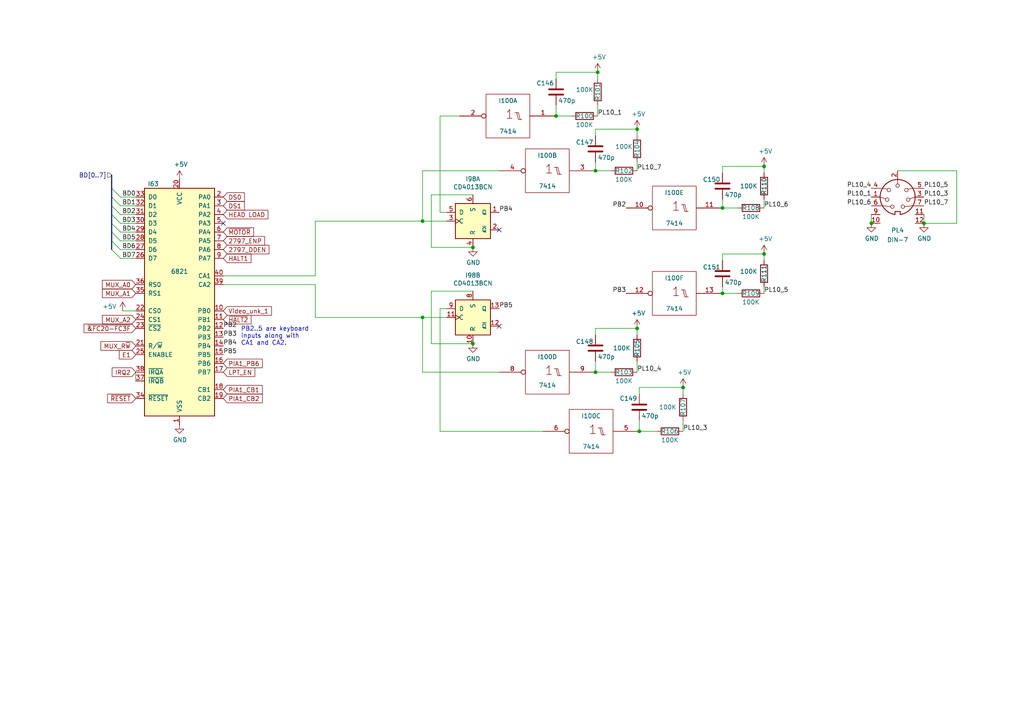
<source format=kicad_sch>
(kicad_sch (version 20211123) (generator eeschema)

  (uuid b2d76ec2-bab6-4b88-b332-ef1382e28893)

  (paper "A4")

  (title_block
    (date "2022-06-08")
    (rev "0.2")
    (company "DragonPlus Electronics")
    (comment 1 "John Whitworth")
    (comment 3 "including Richard Harding's Dragon Beta PCB images.")
    (comment 4 "Reverse Engineering of Dragon Beta from various sources")
  )

  (lib_symbols
    (symbol "4xxx:4013" (pin_names (offset 1.016)) (in_bom yes) (on_board yes)
      (property "Reference" "U" (id 0) (at -7.62 8.89 0)
        (effects (font (size 1.27 1.27)))
      )
      (property "Value" "4013" (id 1) (at -7.62 -8.89 0)
        (effects (font (size 1.27 1.27)))
      )
      (property "Footprint" "" (id 2) (at 0 0 0)
        (effects (font (size 1.27 1.27)) hide)
      )
      (property "Datasheet" "http://www.onsemi.com/pub/Collateral/MC14013B-D.PDF" (id 3) (at 0 0 0)
        (effects (font (size 1.27 1.27)) hide)
      )
      (property "ki_locked" "" (id 4) (at 0 0 0)
        (effects (font (size 1.27 1.27)))
      )
      (property "ki_keywords" "CMOS DFF" (id 5) (at 0 0 0)
        (effects (font (size 1.27 1.27)) hide)
      )
      (property "ki_description" "Dual D  FlipFlop, Set & reset" (id 6) (at 0 0 0)
        (effects (font (size 1.27 1.27)) hide)
      )
      (property "ki_fp_filters" "DIP*W7.62mm* SOIC*3.9x9.9mm*P1.27mm* TSSOP*4.4x5mm*P0.65mm*" (id 7) (at 0 0 0)
        (effects (font (size 1.27 1.27)) hide)
      )
      (symbol "4013_1_1"
        (rectangle (start -5.08 5.08) (end 5.08 -5.08)
          (stroke (width 0.254) (type default) (color 0 0 0 0))
          (fill (type background))
        )
        (pin output line (at 7.62 2.54 180) (length 2.54)
          (name "Q" (effects (font (size 1.27 1.27))))
          (number "1" (effects (font (size 1.27 1.27))))
        )
        (pin output line (at 7.62 -2.54 180) (length 2.54)
          (name "~{Q}" (effects (font (size 1.27 1.27))))
          (number "2" (effects (font (size 1.27 1.27))))
        )
        (pin input clock (at -7.62 0 0) (length 2.54)
          (name "C" (effects (font (size 1.27 1.27))))
          (number "3" (effects (font (size 1.27 1.27))))
        )
        (pin input line (at 0 -7.62 90) (length 2.54)
          (name "R" (effects (font (size 1.27 1.27))))
          (number "4" (effects (font (size 1.27 1.27))))
        )
        (pin input line (at -7.62 2.54 0) (length 2.54)
          (name "D" (effects (font (size 1.27 1.27))))
          (number "5" (effects (font (size 1.27 1.27))))
        )
        (pin input line (at 0 7.62 270) (length 2.54)
          (name "S" (effects (font (size 1.27 1.27))))
          (number "6" (effects (font (size 1.27 1.27))))
        )
      )
      (symbol "4013_2_1"
        (rectangle (start -5.08 5.08) (end 5.08 -5.08)
          (stroke (width 0.254) (type default) (color 0 0 0 0))
          (fill (type background))
        )
        (pin input line (at 0 -7.62 90) (length 2.54)
          (name "R" (effects (font (size 1.27 1.27))))
          (number "10" (effects (font (size 1.27 1.27))))
        )
        (pin input clock (at -7.62 0 0) (length 2.54)
          (name "C" (effects (font (size 1.27 1.27))))
          (number "11" (effects (font (size 1.27 1.27))))
        )
        (pin output line (at 7.62 -2.54 180) (length 2.54)
          (name "~{Q}" (effects (font (size 1.27 1.27))))
          (number "12" (effects (font (size 1.27 1.27))))
        )
        (pin output line (at 7.62 2.54 180) (length 2.54)
          (name "Q" (effects (font (size 1.27 1.27))))
          (number "13" (effects (font (size 1.27 1.27))))
        )
        (pin input line (at 0 7.62 270) (length 2.54)
          (name "S" (effects (font (size 1.27 1.27))))
          (number "8" (effects (font (size 1.27 1.27))))
        )
        (pin input line (at -7.62 2.54 0) (length 2.54)
          (name "D" (effects (font (size 1.27 1.27))))
          (number "9" (effects (font (size 1.27 1.27))))
        )
      )
      (symbol "4013_3_0"
        (pin power_in line (at 0 10.16 270) (length 2.54)
          (name "VDD" (effects (font (size 1.27 1.27))))
          (number "14" (effects (font (size 1.27 1.27))))
        )
        (pin power_in line (at 0 -10.16 90) (length 2.54)
          (name "VSS" (effects (font (size 1.27 1.27))))
          (number "7" (effects (font (size 1.27 1.27))))
        )
      )
      (symbol "4013_3_1"
        (rectangle (start -5.08 7.62) (end 5.08 -7.62)
          (stroke (width 0.254) (type default) (color 0 0 0 0))
          (fill (type background))
        )
      )
    )
    (symbol "74xx_IEEE:7414" (pin_names (offset 0.762)) (in_bom yes) (on_board yes)
      (property "Reference" "U" (id 0) (at 3.81 7.62 0)
        (effects (font (size 1.27 1.27)))
      )
      (property "Value" "7414" (id 1) (at 5.08 -7.62 0)
        (effects (font (size 1.27 1.27)))
      )
      (property "Footprint" "" (id 2) (at 0 0 0)
        (effects (font (size 1.27 1.27)) hide)
      )
      (property "Datasheet" "" (id 3) (at 0 0 0)
        (effects (font (size 1.27 1.27)) hide)
      )
      (symbol "7414_0_0"
        (polyline
          (pts
            (xy -4.064 -1.016)
            (xy -3.048 -1.016)
            (xy -2.54 1.016)
            (xy -2.032 1.016)
            (xy -3.048 1.016)
            (xy -3.556 -1.016)
            (xy -3.556 -1.016)
          )
          (stroke (width 0) (type default) (color 0 0 0 0))
          (fill (type none))
        )
        (text "1" (at -0.508 0.508 0)
          (effects (font (size 2.54 2.54)))
        )
      )
      (symbol "7414_0_1"
        (rectangle (start -6.35 6.35) (end 6.35 -6.35)
          (stroke (width 0) (type default) (color 0 0 0 0))
          (fill (type none))
        )
        (pin power_in line (at 0 6.35 270) (length 0) hide
          (name "+5V" (effects (font (size 1.27 1.27))))
          (number "14" (effects (font (size 1.27 1.27))))
        )
        (pin power_in line (at 0 -6.35 90) (length 0) hide
          (name "GND" (effects (font (size 1.27 1.27))))
          (number "7" (effects (font (size 1.27 1.27))))
        )
      )
      (symbol "7414_1_1"
        (pin input line (at -13.97 0 0) (length 7.62)
          (name "~" (effects (font (size 1.27 1.27))))
          (number "1" (effects (font (size 1.27 1.27))))
        )
        (pin output inverted (at 13.97 0 180) (length 7.62)
          (name "~" (effects (font (size 1.27 1.27))))
          (number "2" (effects (font (size 1.27 1.27))))
        )
      )
      (symbol "7414_2_1"
        (pin input line (at -13.97 0 0) (length 7.62)
          (name "~" (effects (font (size 1.27 1.27))))
          (number "3" (effects (font (size 1.27 1.27))))
        )
        (pin output inverted (at 13.97 0 180) (length 7.62)
          (name "~" (effects (font (size 1.27 1.27))))
          (number "4" (effects (font (size 1.27 1.27))))
        )
      )
      (symbol "7414_3_1"
        (pin input line (at -13.97 0 0) (length 7.62)
          (name "~" (effects (font (size 1.27 1.27))))
          (number "5" (effects (font (size 1.27 1.27))))
        )
        (pin output inverted (at 13.97 0 180) (length 7.62)
          (name "~" (effects (font (size 1.27 1.27))))
          (number "6" (effects (font (size 1.27 1.27))))
        )
      )
      (symbol "7414_4_1"
        (pin output inverted (at 13.97 0 180) (length 7.62)
          (name "~" (effects (font (size 1.27 1.27))))
          (number "8" (effects (font (size 1.27 1.27))))
        )
        (pin input line (at -13.97 0 0) (length 7.62)
          (name "~" (effects (font (size 1.27 1.27))))
          (number "9" (effects (font (size 1.27 1.27))))
        )
      )
      (symbol "7414_5_1"
        (pin output inverted (at 13.97 0 180) (length 7.62)
          (name "~" (effects (font (size 1.27 1.27))))
          (number "10" (effects (font (size 1.27 1.27))))
        )
        (pin input line (at -13.97 0 0) (length 7.62)
          (name "~" (effects (font (size 1.27 1.27))))
          (number "11" (effects (font (size 1.27 1.27))))
        )
      )
      (symbol "7414_6_1"
        (pin output inverted (at 13.97 0 180) (length 7.62)
          (name "~" (effects (font (size 1.27 1.27))))
          (number "12" (effects (font (size 1.27 1.27))))
        )
        (pin input line (at -13.97 0 0) (length 7.62)
          (name "~" (effects (font (size 1.27 1.27))))
          (number "13" (effects (font (size 1.27 1.27))))
        )
      )
    )
    (symbol "Connector:DIN-7" (pin_names (offset 1.016)) (in_bom yes) (on_board yes)
      (property "Reference" "J" (id 0) (at 3.175 5.715 0)
        (effects (font (size 1.27 1.27)))
      )
      (property "Value" "DIN-7" (id 1) (at 0 -6.604 0)
        (effects (font (size 1.27 1.27)))
      )
      (property "Footprint" "" (id 2) (at 0 0 0)
        (effects (font (size 1.27 1.27)) hide)
      )
      (property "Datasheet" "http://www.mouser.com/ds/2/18/40_c091_abd_e-75918.pdf" (id 3) (at 0 0 0)
        (effects (font (size 1.27 1.27)) hide)
      )
      (property "ki_keywords" "circular DIN connector" (id 4) (at 0 0 0)
        (effects (font (size 1.27 1.27)) hide)
      )
      (property "ki_description" "7-pin DIN connector" (id 5) (at 0 0 0)
        (effects (font (size 1.27 1.27)) hide)
      )
      (property "ki_fp_filters" "DIN*" (id 6) (at 0 0 0)
        (effects (font (size 1.27 1.27)) hide)
      )
      (symbol "DIN-7_0_1"
        (arc (start -5.08 0) (mid -3.8597 -3.3379) (end -0.762 -5.08)
          (stroke (width 0.254) (type default) (color 0 0 0 0))
          (fill (type none))
        )
        (circle (center -3.048 -0.762) (radius 0.508)
          (stroke (width 0) (type default) (color 0 0 0 0))
          (fill (type none))
        )
        (circle (center -2.54 2.032) (radius 0.508)
          (stroke (width 0) (type default) (color 0 0 0 0))
          (fill (type none))
        )
        (circle (center -1.524 -2.794) (radius 0.508)
          (stroke (width 0) (type default) (color 0 0 0 0))
          (fill (type none))
        )
        (polyline
          (pts
            (xy -5.08 0)
            (xy -3.556 -0.508)
          )
          (stroke (width 0) (type default) (color 0 0 0 0))
          (fill (type none))
        )
        (polyline
          (pts
            (xy 0 5.08)
            (xy 0 3.81)
          )
          (stroke (width 0) (type default) (color 0 0 0 0))
          (fill (type none))
        )
        (polyline
          (pts
            (xy 5.08 0)
            (xy 3.556 -0.508)
          )
          (stroke (width 0) (type default) (color 0 0 0 0))
          (fill (type none))
        )
        (polyline
          (pts
            (xy -5.08 -2.54)
            (xy -4.318 -2.54)
            (xy -2.032 -2.794)
          )
          (stroke (width 0) (type default) (color 0 0 0 0))
          (fill (type none))
        )
        (polyline
          (pts
            (xy -5.08 2.54)
            (xy -4.318 2.54)
            (xy -3.048 2.286)
          )
          (stroke (width 0) (type default) (color 0 0 0 0))
          (fill (type none))
        )
        (polyline
          (pts
            (xy 5.08 -2.54)
            (xy 4.318 -2.54)
            (xy 2.032 -2.794)
          )
          (stroke (width 0) (type default) (color 0 0 0 0))
          (fill (type none))
        )
        (polyline
          (pts
            (xy 5.08 2.54)
            (xy 4.318 2.54)
            (xy 3.048 2.286)
          )
          (stroke (width 0) (type default) (color 0 0 0 0))
          (fill (type none))
        )
        (polyline
          (pts
            (xy -0.762 -4.953)
            (xy -0.762 -4.191)
            (xy 0.762 -4.191)
            (xy 0.762 -4.953)
          )
          (stroke (width 0.254) (type default) (color 0 0 0 0))
          (fill (type none))
        )
        (circle (center 0 3.302) (radius 0.508)
          (stroke (width 0) (type default) (color 0 0 0 0))
          (fill (type none))
        )
        (arc (start 0.762 -5.08) (mid 3.8673 -3.3444) (end 5.08 0)
          (stroke (width 0.254) (type default) (color 0 0 0 0))
          (fill (type none))
        )
        (circle (center 1.524 -2.794) (radius 0.508)
          (stroke (width 0) (type default) (color 0 0 0 0))
          (fill (type none))
        )
        (circle (center 2.54 2.032) (radius 0.508)
          (stroke (width 0) (type default) (color 0 0 0 0))
          (fill (type none))
        )
        (circle (center 3.048 -0.762) (radius 0.508)
          (stroke (width 0) (type default) (color 0 0 0 0))
          (fill (type none))
        )
        (arc (start 5.08 0) (mid 0 5.08) (end -5.08 0)
          (stroke (width 0.254) (type default) (color 0 0 0 0))
          (fill (type none))
        )
      )
      (symbol "DIN-7_1_1"
        (pin passive line (at -7.62 0 0) (length 2.54)
          (name "~" (effects (font (size 1.27 1.27))))
          (number "1" (effects (font (size 1.27 1.27))))
        )
        (pin passive line (at -7.62 -7.62 0) (length 2.54)
          (name "" (effects (font (size 1.27 1.27))))
          (number "10" (effects (font (size 1.27 1.27))))
        )
        (pin passive line (at 7.62 -5.08 180) (length 2.54)
          (name "" (effects (font (size 1.27 1.27))))
          (number "11" (effects (font (size 1.27 1.27))))
        )
        (pin passive line (at 7.62 -7.62 180) (length 2.54)
          (name "" (effects (font (size 1.27 1.27))))
          (number "12" (effects (font (size 1.27 1.27))))
        )
        (pin passive line (at 0 7.62 270) (length 2.54)
          (name "~" (effects (font (size 1.27 1.27))))
          (number "2" (effects (font (size 1.27 1.27))))
        )
        (pin passive line (at 7.62 0 180) (length 2.54)
          (name "~" (effects (font (size 1.27 1.27))))
          (number "3" (effects (font (size 1.27 1.27))))
        )
        (pin passive line (at -7.62 2.54 0) (length 2.54)
          (name "~" (effects (font (size 1.27 1.27))))
          (number "4" (effects (font (size 1.27 1.27))))
        )
        (pin passive line (at 7.62 2.54 180) (length 2.54)
          (name "~" (effects (font (size 1.27 1.27))))
          (number "5" (effects (font (size 1.27 1.27))))
        )
        (pin passive line (at -7.62 -2.54 0) (length 2.54)
          (name "~" (effects (font (size 1.27 1.27))))
          (number "6" (effects (font (size 1.27 1.27))))
        )
        (pin passive line (at 7.62 -2.54 180) (length 2.54)
          (name "~" (effects (font (size 1.27 1.27))))
          (number "7" (effects (font (size 1.27 1.27))))
        )
        (pin passive line (at -7.62 -5.08 0) (length 2.54)
          (name "" (effects (font (size 1.27 1.27))))
          (number "9" (effects (font (size 1.27 1.27))))
        )
      )
    )
    (symbol "Device:C" (pin_numbers hide) (pin_names (offset 0.254)) (in_bom yes) (on_board yes)
      (property "Reference" "C" (id 0) (at 0.635 2.54 0)
        (effects (font (size 1.27 1.27)) (justify left))
      )
      (property "Value" "C" (id 1) (at 0.635 -2.54 0)
        (effects (font (size 1.27 1.27)) (justify left))
      )
      (property "Footprint" "" (id 2) (at 0.9652 -3.81 0)
        (effects (font (size 1.27 1.27)) hide)
      )
      (property "Datasheet" "~" (id 3) (at 0 0 0)
        (effects (font (size 1.27 1.27)) hide)
      )
      (property "ki_keywords" "cap capacitor" (id 4) (at 0 0 0)
        (effects (font (size 1.27 1.27)) hide)
      )
      (property "ki_description" "Unpolarized capacitor" (id 5) (at 0 0 0)
        (effects (font (size 1.27 1.27)) hide)
      )
      (property "ki_fp_filters" "C_*" (id 6) (at 0 0 0)
        (effects (font (size 1.27 1.27)) hide)
      )
      (symbol "C_0_1"
        (polyline
          (pts
            (xy -2.032 -0.762)
            (xy 2.032 -0.762)
          )
          (stroke (width 0.508) (type default) (color 0 0 0 0))
          (fill (type none))
        )
        (polyline
          (pts
            (xy -2.032 0.762)
            (xy 2.032 0.762)
          )
          (stroke (width 0.508) (type default) (color 0 0 0 0))
          (fill (type none))
        )
      )
      (symbol "C_1_1"
        (pin passive line (at 0 3.81 270) (length 2.794)
          (name "~" (effects (font (size 1.27 1.27))))
          (number "1" (effects (font (size 1.27 1.27))))
        )
        (pin passive line (at 0 -3.81 90) (length 2.794)
          (name "~" (effects (font (size 1.27 1.27))))
          (number "2" (effects (font (size 1.27 1.27))))
        )
      )
    )
    (symbol "Device:R" (pin_numbers hide) (pin_names (offset 0)) (in_bom yes) (on_board yes)
      (property "Reference" "R" (id 0) (at 2.032 0 90)
        (effects (font (size 1.27 1.27)))
      )
      (property "Value" "R" (id 1) (at 0 0 90)
        (effects (font (size 1.27 1.27)))
      )
      (property "Footprint" "" (id 2) (at -1.778 0 90)
        (effects (font (size 1.27 1.27)) hide)
      )
      (property "Datasheet" "~" (id 3) (at 0 0 0)
        (effects (font (size 1.27 1.27)) hide)
      )
      (property "ki_keywords" "R res resistor" (id 4) (at 0 0 0)
        (effects (font (size 1.27 1.27)) hide)
      )
      (property "ki_description" "Resistor" (id 5) (at 0 0 0)
        (effects (font (size 1.27 1.27)) hide)
      )
      (property "ki_fp_filters" "R_*" (id 6) (at 0 0 0)
        (effects (font (size 1.27 1.27)) hide)
      )
      (symbol "R_0_1"
        (rectangle (start -1.016 -2.54) (end 1.016 2.54)
          (stroke (width 0.254) (type default) (color 0 0 0 0))
          (fill (type none))
        )
      )
      (symbol "R_1_1"
        (pin passive line (at 0 3.81 270) (length 1.27)
          (name "~" (effects (font (size 1.27 1.27))))
          (number "1" (effects (font (size 1.27 1.27))))
        )
        (pin passive line (at 0 -3.81 90) (length 1.27)
          (name "~" (effects (font (size 1.27 1.27))))
          (number "2" (effects (font (size 1.27 1.27))))
        )
      )
    )
    (symbol "Interface:6821" (pin_names (offset 1.016)) (in_bom yes) (on_board yes)
      (property "Reference" "U" (id 0) (at -7.62 34.29 0)
        (effects (font (size 1.27 1.27)) (justify right))
      )
      (property "Value" "6821" (id 1) (at 10.16 34.29 0)
        (effects (font (size 1.27 1.27)) (justify right))
      )
      (property "Footprint" "Package_DIP:DIP-40_W15.24mm" (id 2) (at 1.27 -34.29 0)
        (effects (font (size 1.27 1.27)) (justify left) hide)
      )
      (property "Datasheet" "http://pdf.datasheetcatalog.com/datasheet/motorola/6821.pdf" (id 3) (at 0 0 0)
        (effects (font (size 1.27 1.27)) hide)
      )
      (property "ki_keywords" "PIA" (id 4) (at 0 0 0)
        (effects (font (size 1.27 1.27)) hide)
      )
      (property "ki_description" "Peripheral Interface Adapter 1MHz, DIP-40" (id 5) (at 0 0 0)
        (effects (font (size 1.27 1.27)) hide)
      )
      (property "ki_fp_filters" "DIP*W15.24mm*" (id 6) (at 0 0 0)
        (effects (font (size 1.27 1.27)) hide)
      )
      (symbol "6821_0_1"
        (rectangle (start -10.16 -33.02) (end 10.16 33.02)
          (stroke (width 0.254) (type default) (color 0 0 0 0))
          (fill (type background))
        )
      )
      (symbol "6821_1_1"
        (pin power_in line (at 0 -35.56 90) (length 2.54)
          (name "VSS" (effects (font (size 1.27 1.27))))
          (number "1" (effects (font (size 1.27 1.27))))
        )
        (pin bidirectional line (at 12.7 -2.54 180) (length 2.54)
          (name "PB0" (effects (font (size 1.27 1.27))))
          (number "10" (effects (font (size 1.27 1.27))))
        )
        (pin bidirectional line (at 12.7 -5.08 180) (length 2.54)
          (name "PB1" (effects (font (size 1.27 1.27))))
          (number "11" (effects (font (size 1.27 1.27))))
        )
        (pin bidirectional line (at 12.7 -7.62 180) (length 2.54)
          (name "PB2" (effects (font (size 1.27 1.27))))
          (number "12" (effects (font (size 1.27 1.27))))
        )
        (pin bidirectional line (at 12.7 -10.16 180) (length 2.54)
          (name "PB3" (effects (font (size 1.27 1.27))))
          (number "13" (effects (font (size 1.27 1.27))))
        )
        (pin bidirectional line (at 12.7 -12.7 180) (length 2.54)
          (name "PB4" (effects (font (size 1.27 1.27))))
          (number "14" (effects (font (size 1.27 1.27))))
        )
        (pin bidirectional line (at 12.7 -15.24 180) (length 2.54)
          (name "PB5" (effects (font (size 1.27 1.27))))
          (number "15" (effects (font (size 1.27 1.27))))
        )
        (pin bidirectional line (at 12.7 -17.78 180) (length 2.54)
          (name "PB6" (effects (font (size 1.27 1.27))))
          (number "16" (effects (font (size 1.27 1.27))))
        )
        (pin bidirectional line (at 12.7 -20.32 180) (length 2.54)
          (name "PB7" (effects (font (size 1.27 1.27))))
          (number "17" (effects (font (size 1.27 1.27))))
        )
        (pin input line (at 12.7 -25.4 180) (length 2.54)
          (name "CB1" (effects (font (size 1.27 1.27))))
          (number "18" (effects (font (size 1.27 1.27))))
        )
        (pin bidirectional line (at 12.7 -27.94 180) (length 2.54)
          (name "CB2" (effects (font (size 1.27 1.27))))
          (number "19" (effects (font (size 1.27 1.27))))
        )
        (pin bidirectional line (at 12.7 30.48 180) (length 2.54)
          (name "PA0" (effects (font (size 1.27 1.27))))
          (number "2" (effects (font (size 1.27 1.27))))
        )
        (pin power_in line (at 0 35.56 270) (length 2.54)
          (name "VCC" (effects (font (size 1.27 1.27))))
          (number "20" (effects (font (size 1.27 1.27))))
        )
        (pin input line (at -12.7 -12.7 0) (length 2.54)
          (name "R/~{W}" (effects (font (size 1.27 1.27))))
          (number "21" (effects (font (size 1.27 1.27))))
        )
        (pin input line (at -12.7 -2.54 0) (length 2.54)
          (name "CS0" (effects (font (size 1.27 1.27))))
          (number "22" (effects (font (size 1.27 1.27))))
        )
        (pin input line (at -12.7 -7.62 0) (length 2.54)
          (name "~{CS2}" (effects (font (size 1.27 1.27))))
          (number "23" (effects (font (size 1.27 1.27))))
        )
        (pin input line (at -12.7 -5.08 0) (length 2.54)
          (name "CS1" (effects (font (size 1.27 1.27))))
          (number "24" (effects (font (size 1.27 1.27))))
        )
        (pin input line (at -12.7 -15.24 0) (length 2.54)
          (name "ENABLE" (effects (font (size 1.27 1.27))))
          (number "25" (effects (font (size 1.27 1.27))))
        )
        (pin bidirectional line (at -12.7 12.7 0) (length 2.54)
          (name "D7" (effects (font (size 1.27 1.27))))
          (number "26" (effects (font (size 1.27 1.27))))
        )
        (pin bidirectional line (at -12.7 15.24 0) (length 2.54)
          (name "D6" (effects (font (size 1.27 1.27))))
          (number "27" (effects (font (size 1.27 1.27))))
        )
        (pin bidirectional line (at -12.7 17.78 0) (length 2.54)
          (name "D5" (effects (font (size 1.27 1.27))))
          (number "28" (effects (font (size 1.27 1.27))))
        )
        (pin bidirectional line (at -12.7 20.32 0) (length 2.54)
          (name "D4" (effects (font (size 1.27 1.27))))
          (number "29" (effects (font (size 1.27 1.27))))
        )
        (pin bidirectional line (at 12.7 27.94 180) (length 2.54)
          (name "PA1" (effects (font (size 1.27 1.27))))
          (number "3" (effects (font (size 1.27 1.27))))
        )
        (pin bidirectional line (at -12.7 22.86 0) (length 2.54)
          (name "D3" (effects (font (size 1.27 1.27))))
          (number "30" (effects (font (size 1.27 1.27))))
        )
        (pin bidirectional line (at -12.7 25.4 0) (length 2.54)
          (name "D2" (effects (font (size 1.27 1.27))))
          (number "31" (effects (font (size 1.27 1.27))))
        )
        (pin bidirectional line (at -12.7 27.94 0) (length 2.54)
          (name "D1" (effects (font (size 1.27 1.27))))
          (number "32" (effects (font (size 1.27 1.27))))
        )
        (pin bidirectional line (at -12.7 30.48 0) (length 2.54)
          (name "D0" (effects (font (size 1.27 1.27))))
          (number "33" (effects (font (size 1.27 1.27))))
        )
        (pin input line (at -12.7 -27.94 0) (length 2.54)
          (name "~{RESET}" (effects (font (size 1.27 1.27))))
          (number "34" (effects (font (size 1.27 1.27))))
        )
        (pin input line (at -12.7 2.54 0) (length 2.54)
          (name "RS1" (effects (font (size 1.27 1.27))))
          (number "35" (effects (font (size 1.27 1.27))))
        )
        (pin input line (at -12.7 5.08 0) (length 2.54)
          (name "RS0" (effects (font (size 1.27 1.27))))
          (number "36" (effects (font (size 1.27 1.27))))
        )
        (pin open_collector line (at -12.7 -22.86 0) (length 2.54)
          (name "~{IRQB}" (effects (font (size 1.27 1.27))))
          (number "37" (effects (font (size 1.27 1.27))))
        )
        (pin open_collector line (at -12.7 -20.32 0) (length 2.54)
          (name "~{IRQA}" (effects (font (size 1.27 1.27))))
          (number "38" (effects (font (size 1.27 1.27))))
        )
        (pin bidirectional line (at 12.7 5.08 180) (length 2.54)
          (name "CA2" (effects (font (size 1.27 1.27))))
          (number "39" (effects (font (size 1.27 1.27))))
        )
        (pin bidirectional line (at 12.7 25.4 180) (length 2.54)
          (name "PA2" (effects (font (size 1.27 1.27))))
          (number "4" (effects (font (size 1.27 1.27))))
        )
        (pin input line (at 12.7 7.62 180) (length 2.54)
          (name "CA1" (effects (font (size 1.27 1.27))))
          (number "40" (effects (font (size 1.27 1.27))))
        )
        (pin bidirectional line (at 12.7 22.86 180) (length 2.54)
          (name "PA3" (effects (font (size 1.27 1.27))))
          (number "5" (effects (font (size 1.27 1.27))))
        )
        (pin bidirectional line (at 12.7 20.32 180) (length 2.54)
          (name "PA4" (effects (font (size 1.27 1.27))))
          (number "6" (effects (font (size 1.27 1.27))))
        )
        (pin bidirectional line (at 12.7 17.78 180) (length 2.54)
          (name "PA5" (effects (font (size 1.27 1.27))))
          (number "7" (effects (font (size 1.27 1.27))))
        )
        (pin bidirectional line (at 12.7 15.24 180) (length 2.54)
          (name "PA6" (effects (font (size 1.27 1.27))))
          (number "8" (effects (font (size 1.27 1.27))))
        )
        (pin bidirectional line (at 12.7 12.7 180) (length 2.54)
          (name "PA7" (effects (font (size 1.27 1.27))))
          (number "9" (effects (font (size 1.27 1.27))))
        )
      )
    )
    (symbol "power:+5V" (power) (pin_names (offset 0)) (in_bom yes) (on_board yes)
      (property "Reference" "#PWR" (id 0) (at 0 -3.81 0)
        (effects (font (size 1.27 1.27)) hide)
      )
      (property "Value" "+5V" (id 1) (at 0 3.556 0)
        (effects (font (size 1.27 1.27)))
      )
      (property "Footprint" "" (id 2) (at 0 0 0)
        (effects (font (size 1.27 1.27)) hide)
      )
      (property "Datasheet" "" (id 3) (at 0 0 0)
        (effects (font (size 1.27 1.27)) hide)
      )
      (property "ki_keywords" "power-flag" (id 4) (at 0 0 0)
        (effects (font (size 1.27 1.27)) hide)
      )
      (property "ki_description" "Power symbol creates a global label with name \"+5V\"" (id 5) (at 0 0 0)
        (effects (font (size 1.27 1.27)) hide)
      )
      (symbol "+5V_0_1"
        (polyline
          (pts
            (xy -0.762 1.27)
            (xy 0 2.54)
          )
          (stroke (width 0) (type default) (color 0 0 0 0))
          (fill (type none))
        )
        (polyline
          (pts
            (xy 0 0)
            (xy 0 2.54)
          )
          (stroke (width 0) (type default) (color 0 0 0 0))
          (fill (type none))
        )
        (polyline
          (pts
            (xy 0 2.54)
            (xy 0.762 1.27)
          )
          (stroke (width 0) (type default) (color 0 0 0 0))
          (fill (type none))
        )
      )
      (symbol "+5V_1_1"
        (pin power_in line (at 0 0 90) (length 0) hide
          (name "+5V" (effects (font (size 1.27 1.27))))
          (number "1" (effects (font (size 1.27 1.27))))
        )
      )
    )
    (symbol "power:GND" (power) (pin_names (offset 0)) (in_bom yes) (on_board yes)
      (property "Reference" "#PWR" (id 0) (at 0 -6.35 0)
        (effects (font (size 1.27 1.27)) hide)
      )
      (property "Value" "GND" (id 1) (at 0 -3.81 0)
        (effects (font (size 1.27 1.27)))
      )
      (property "Footprint" "" (id 2) (at 0 0 0)
        (effects (font (size 1.27 1.27)) hide)
      )
      (property "Datasheet" "" (id 3) (at 0 0 0)
        (effects (font (size 1.27 1.27)) hide)
      )
      (property "ki_keywords" "power-flag" (id 4) (at 0 0 0)
        (effects (font (size 1.27 1.27)) hide)
      )
      (property "ki_description" "Power symbol creates a global label with name \"GND\" , ground" (id 5) (at 0 0 0)
        (effects (font (size 1.27 1.27)) hide)
      )
      (symbol "GND_0_1"
        (polyline
          (pts
            (xy 0 0)
            (xy 0 -1.27)
            (xy 1.27 -1.27)
            (xy 0 -2.54)
            (xy -1.27 -1.27)
            (xy 0 -1.27)
          )
          (stroke (width 0) (type default) (color 0 0 0 0))
          (fill (type none))
        )
      )
      (symbol "GND_1_1"
        (pin power_in line (at 0 0 270) (length 0) hide
          (name "GND" (effects (font (size 1.27 1.27))))
          (number "1" (effects (font (size 1.27 1.27))))
        )
      )
    )
  )

  (junction (at 209.55 60.325) (diameter 0) (color 0 0 0 0)
    (uuid 03333fcb-7961-4978-9e4a-748fc0c34284)
  )
  (junction (at 137.16 71.755) (diameter 0) (color 0 0 0 0)
    (uuid 1a6f8238-a267-4d52-9e20-65c072a57ea9)
  )
  (junction (at 221.615 73.66) (diameter 0) (color 0 0 0 0)
    (uuid 1c61f331-fa92-48e1-9819-ab0be4ebf718)
  )
  (junction (at 185.42 125.095) (diameter 0) (color 0 0 0 0)
    (uuid 222ab4e6-06ac-4bf1-9f79-cb3f2e2af397)
  )
  (junction (at 173.355 20.955) (diameter 0) (color 0 0 0 0)
    (uuid 281b751c-4b61-4415-ab0b-d6fc44be49ad)
  )
  (junction (at 122.555 64.135) (diameter 0) (color 0 0 0 0)
    (uuid 2fed90ac-7d33-4499-a858-5fe8dadfdd95)
  )
  (junction (at 221.615 48.26) (diameter 0) (color 0 0 0 0)
    (uuid 35e8e124-d3d1-4909-ad80-734acf21fbb7)
  )
  (junction (at 161.29 33.655) (diameter 0) (color 0 0 0 0)
    (uuid 416cb5ae-bf06-4303-a81a-48030d51355e)
  )
  (junction (at 137.16 99.695) (diameter 0) (color 0 0 0 0)
    (uuid 6db28ccb-71d4-419f-a333-4a584119062a)
  )
  (junction (at 172.72 107.95) (diameter 0) (color 0 0 0 0)
    (uuid 7910727d-39d3-4b46-9b56-1599782222fb)
  )
  (junction (at 172.72 49.53) (diameter 0) (color 0 0 0 0)
    (uuid 817fed7b-d1c2-4df7-bfdf-9e596607ec57)
  )
  (junction (at 209.55 85.09) (diameter 0) (color 0 0 0 0)
    (uuid b2deb082-d2e2-4c5c-8a37-b65510f20fd7)
  )
  (junction (at 198.12 112.395) (diameter 0) (color 0 0 0 0)
    (uuid bea92ef4-a0dc-4b81-beb5-3683c9294562)
  )
  (junction (at 252.73 64.77) (diameter 0) (color 0 0 0 0)
    (uuid c2f1259b-535e-4d5a-8e84-e8a4e4bc70eb)
  )
  (junction (at 184.785 37.465) (diameter 0) (color 0 0 0 0)
    (uuid d612c90a-59fd-406d-abbb-6ab7e718fda9)
  )
  (junction (at 122.555 92.075) (diameter 0) (color 0 0 0 0)
    (uuid d80d4c90-b40f-414e-8736-376e76dddedb)
  )
  (junction (at 267.97 64.77) (diameter 0) (color 0 0 0 0)
    (uuid ebedef21-445e-4ac6-807a-67a9c79e17f0)
  )
  (junction (at 184.785 95.25) (diameter 0) (color 0 0 0 0)
    (uuid f2fdcb8a-ac97-48af-a159-6aac1e17d486)
  )

  (no_connect (at 144.78 66.675) (uuid c440aef8-3d41-42a7-9b39-fd4eabada1c1))
  (no_connect (at 144.78 94.615) (uuid c440aef8-3d41-42a7-9b39-fd4eabada1c2))
  (no_connect (at 64.77 64.77) (uuid e06911d4-e934-4164-9686-bf7203ae0d57))

  (bus_entry (at 32.385 67.31) (size 2.54 2.54)
    (stroke (width 0) (type default) (color 0 0 0 0))
    (uuid 1b0c04fa-7434-4778-860d-8bd5d7a68b20)
  )
  (bus_entry (at 32.385 59.69) (size 2.54 2.54)
    (stroke (width 0) (type default) (color 0 0 0 0))
    (uuid 2e398d01-02d4-4402-a082-b205e7ae248e)
  )
  (bus_entry (at 32.385 54.61) (size 2.54 2.54)
    (stroke (width 0) (type default) (color 0 0 0 0))
    (uuid 5bf76615-b07d-4144-a106-8d622f9f6394)
  )
  (bus_entry (at 32.385 72.39) (size 2.54 2.54)
    (stroke (width 0) (type default) (color 0 0 0 0))
    (uuid 602da054-6752-48f6-a235-85863aae86b1)
  )
  (bus_entry (at 32.385 64.77) (size 2.54 2.54)
    (stroke (width 0) (type default) (color 0 0 0 0))
    (uuid 8662515a-beca-42b1-8098-0c0885ec0d6e)
  )
  (bus_entry (at 32.385 57.15) (size 2.54 2.54)
    (stroke (width 0) (type default) (color 0 0 0 0))
    (uuid 86f1b2f7-bb78-4345-a98b-baf25d081dc2)
  )
  (bus_entry (at 32.385 69.85) (size 2.54 2.54)
    (stroke (width 0) (type default) (color 0 0 0 0))
    (uuid 980a3586-8c70-489c-ad48-8dd8c78e4bfd)
  )
  (bus_entry (at 32.385 62.23) (size 2.54 2.54)
    (stroke (width 0) (type default) (color 0 0 0 0))
    (uuid fed16f7c-88e9-489d-a644-fb4f907fce5f)
  )

  (wire (pts (xy 209.55 48.26) (xy 221.615 48.26))
    (stroke (width 0) (type default) (color 0 0 0 0))
    (uuid 0208652e-dea5-44d1-bf75-6de5ed077abe)
  )
  (wire (pts (xy 172.72 49.53) (xy 177.165 49.53))
    (stroke (width 0) (type default) (color 0 0 0 0))
    (uuid 028359e2-346d-4916-99ff-86dbbac0ce94)
  )
  (wire (pts (xy 35.56 90.17) (xy 39.37 90.17))
    (stroke (width 0) (type default) (color 0 0 0 0))
    (uuid 0da646b6-a8a2-4edc-882f-6dac8cd09afe)
  )
  (wire (pts (xy 184.785 104.775) (xy 184.785 107.95))
    (stroke (width 0) (type default) (color 0 0 0 0))
    (uuid 0e8c724a-aaf6-43c8-9574-4b4086a74fcf)
  )
  (wire (pts (xy 221.615 83.185) (xy 221.615 85.09))
    (stroke (width 0) (type default) (color 0 0 0 0))
    (uuid 1182e8aa-f12b-4a8e-8e5c-b45e7bd89c3b)
  )
  (wire (pts (xy 161.29 22.86) (xy 161.29 20.955))
    (stroke (width 0) (type default) (color 0 0 0 0))
    (uuid 1337780f-1c87-4ff0-bf3c-2a772c5b01c8)
  )
  (wire (pts (xy 172.72 39.37) (xy 172.72 37.465))
    (stroke (width 0) (type default) (color 0 0 0 0))
    (uuid 162d6fe4-83fa-45b5-aa60-dd873b5163b9)
  )
  (wire (pts (xy 198.12 121.92) (xy 198.12 125.095))
    (stroke (width 0) (type default) (color 0 0 0 0))
    (uuid 172527cb-120f-4525-acd5-b5b2524d9ff4)
  )
  (wire (pts (xy 127.635 89.535) (xy 127.635 125.095))
    (stroke (width 0) (type default) (color 0 0 0 0))
    (uuid 1b0a95c4-aa2b-414d-9529-1c273c2a0aa8)
  )
  (wire (pts (xy 173.355 30.48) (xy 173.355 33.655))
    (stroke (width 0) (type default) (color 0 0 0 0))
    (uuid 1dcb8f35-de9d-4ad3-a31b-6bb062545dfb)
  )
  (wire (pts (xy 34.925 62.23) (xy 39.37 62.23))
    (stroke (width 0) (type default) (color 0 0 0 0))
    (uuid 2529ccff-c2c3-4bed-ac3d-58c0b333e057)
  )
  (wire (pts (xy 172.72 97.155) (xy 172.72 95.25))
    (stroke (width 0) (type default) (color 0 0 0 0))
    (uuid 2571fc40-8b65-43be-9189-604fae024dda)
  )
  (wire (pts (xy 277.495 49.53) (xy 277.495 64.77))
    (stroke (width 0) (type default) (color 0 0 0 0))
    (uuid 2882db11-94fa-4a5e-8b62-ab9836f55a97)
  )
  (wire (pts (xy 137.16 56.515) (xy 125.095 56.515))
    (stroke (width 0) (type default) (color 0 0 0 0))
    (uuid 2e653a7d-20c5-4ccc-a80f-7f7273357ce1)
  )
  (bus (pts (xy 32.385 54.61) (xy 32.385 57.15))
    (stroke (width 0) (type default) (color 0 0 0 0))
    (uuid 300d302b-8a59-4196-b8e9-aeeaf658b5af)
  )

  (wire (pts (xy 173.355 20.955) (xy 173.355 22.86))
    (stroke (width 0) (type default) (color 0 0 0 0))
    (uuid 35864471-14e5-48f0-aaee-c670f6735206)
  )
  (wire (pts (xy 184.785 37.465) (xy 184.785 39.37))
    (stroke (width 0) (type default) (color 0 0 0 0))
    (uuid 39c91b13-07c9-4ad3-89b8-c963a6dcf550)
  )
  (wire (pts (xy 184.785 46.99) (xy 184.785 49.53))
    (stroke (width 0) (type default) (color 0 0 0 0))
    (uuid 39fda293-8e12-48d8-8a08-76460f809909)
  )
  (wire (pts (xy 64.77 82.55) (xy 91.44 82.55))
    (stroke (width 0) (type default) (color 0 0 0 0))
    (uuid 3a64ebd9-ce53-43a5-8cbc-4a26d8d28f23)
  )
  (wire (pts (xy 64.77 80.01) (xy 91.44 80.01))
    (stroke (width 0) (type default) (color 0 0 0 0))
    (uuid 3c7b7df3-ac06-416d-934b-7a7945706eaf)
  )
  (wire (pts (xy 39.37 107.95) (xy 39.37 110.49))
    (stroke (width 0) (type default) (color 0 0 0 0))
    (uuid 3d7839ab-e37e-4fc3-84bc-11f83a12be49)
  )
  (wire (pts (xy 221.615 48.26) (xy 221.615 50.165))
    (stroke (width 0) (type default) (color 0 0 0 0))
    (uuid 3f5a7f6b-0d9b-44f2-afcb-efbbf7b1f642)
  )
  (wire (pts (xy 34.925 57.15) (xy 39.37 57.15))
    (stroke (width 0) (type default) (color 0 0 0 0))
    (uuid 3fda9c4c-584f-443c-af02-1bdc153d5e45)
  )
  (wire (pts (xy 172.72 95.25) (xy 184.785 95.25))
    (stroke (width 0) (type default) (color 0 0 0 0))
    (uuid 41770b45-b377-4936-a407-3fd689448049)
  )
  (wire (pts (xy 122.555 64.135) (xy 129.54 64.135))
    (stroke (width 0) (type default) (color 0 0 0 0))
    (uuid 452fe70f-b5c1-4501-91e5-51806a2a4a8f)
  )
  (wire (pts (xy 129.54 89.535) (xy 127.635 89.535))
    (stroke (width 0) (type default) (color 0 0 0 0))
    (uuid 4c28226b-ac76-4d3b-9704-af4219651209)
  )
  (bus (pts (xy 32.385 59.69) (xy 32.385 62.23))
    (stroke (width 0) (type default) (color 0 0 0 0))
    (uuid 53cdda1b-71ab-4342-b1f1-d6d3916cdca8)
  )

  (wire (pts (xy 91.44 64.135) (xy 122.555 64.135))
    (stroke (width 0) (type default) (color 0 0 0 0))
    (uuid 58e71b71-cf1c-4d6f-bdd1-7149753f5e22)
  )
  (wire (pts (xy 209.55 73.66) (xy 221.615 73.66))
    (stroke (width 0) (type default) (color 0 0 0 0))
    (uuid 64371378-228e-40cd-bca7-df39e210a504)
  )
  (wire (pts (xy 185.42 125.095) (xy 190.5 125.095))
    (stroke (width 0) (type default) (color 0 0 0 0))
    (uuid 67a1440c-fa63-4690-8870-7fc7a8c3bb5c)
  )
  (wire (pts (xy 184.785 95.25) (xy 184.785 97.155))
    (stroke (width 0) (type default) (color 0 0 0 0))
    (uuid 719eafda-5596-4d67-aeab-6f325390e6fb)
  )
  (wire (pts (xy 209.55 75.565) (xy 209.55 73.66))
    (stroke (width 0) (type default) (color 0 0 0 0))
    (uuid 72489533-fe53-481e-aa29-0ad8507d54dc)
  )
  (wire (pts (xy 34.925 69.85) (xy 39.37 69.85))
    (stroke (width 0) (type default) (color 0 0 0 0))
    (uuid 78767f69-c3b1-4a68-bfd0-a5ef7e4f5e99)
  )
  (wire (pts (xy 127.635 125.095) (xy 157.48 125.095))
    (stroke (width 0) (type default) (color 0 0 0 0))
    (uuid 798526c8-12d1-48b0-8057-195e892ccc7a)
  )
  (wire (pts (xy 161.29 33.655) (xy 165.735 33.655))
    (stroke (width 0) (type default) (color 0 0 0 0))
    (uuid 7d2864ce-3776-4f72-b093-f8856877c222)
  )
  (wire (pts (xy 209.55 60.325) (xy 213.995 60.325))
    (stroke (width 0) (type default) (color 0 0 0 0))
    (uuid 7dc67c3f-8154-411c-9d72-9fc1ddca2b13)
  )
  (wire (pts (xy 91.44 80.01) (xy 91.44 64.135))
    (stroke (width 0) (type default) (color 0 0 0 0))
    (uuid 80f014b3-1784-4e78-b89a-ca2e70357acb)
  )
  (wire (pts (xy 252.73 62.23) (xy 252.73 64.77))
    (stroke (width 0) (type default) (color 0 0 0 0))
    (uuid 82f2e669-0ea4-44d9-8462-b33d45eca978)
  )
  (wire (pts (xy 125.095 71.755) (xy 137.16 71.755))
    (stroke (width 0) (type default) (color 0 0 0 0))
    (uuid 88247da7-0ee1-47fa-a3cb-d26aa0d56d1c)
  )
  (wire (pts (xy 185.42 121.92) (xy 185.42 125.095))
    (stroke (width 0) (type default) (color 0 0 0 0))
    (uuid 8db3a9c7-27ac-44d3-84ff-b7bf30fe742e)
  )
  (wire (pts (xy 122.555 49.53) (xy 144.78 49.53))
    (stroke (width 0) (type default) (color 0 0 0 0))
    (uuid 8e68c53c-9bdd-4ba1-b4e0-9e132021a2ec)
  )
  (bus (pts (xy 32.385 50.8) (xy 32.385 54.61))
    (stroke (width 0) (type default) (color 0 0 0 0))
    (uuid 961c4cba-68a2-4979-90df-2891e0fae883)
  )

  (wire (pts (xy 125.095 56.515) (xy 125.095 71.755))
    (stroke (width 0) (type default) (color 0 0 0 0))
    (uuid 9b0cbe8d-d199-4568-9204-eb3ef2f13ce0)
  )
  (wire (pts (xy 260.35 49.53) (xy 277.495 49.53))
    (stroke (width 0) (type default) (color 0 0 0 0))
    (uuid a851f058-f672-4d07-8952-582a30ae66e3)
  )
  (wire (pts (xy 34.925 72.39) (xy 39.37 72.39))
    (stroke (width 0) (type default) (color 0 0 0 0))
    (uuid ac89b711-f14e-4206-a94d-e18c5d854f22)
  )
  (wire (pts (xy 127.635 33.655) (xy 133.35 33.655))
    (stroke (width 0) (type default) (color 0 0 0 0))
    (uuid acdf232e-7bc1-4d88-9fc1-234e323c1a86)
  )
  (wire (pts (xy 209.55 57.785) (xy 209.55 60.325))
    (stroke (width 0) (type default) (color 0 0 0 0))
    (uuid ad2dcaec-5d48-493c-990d-bdfc4c9243c6)
  )
  (wire (pts (xy 209.55 85.09) (xy 209.55 83.185))
    (stroke (width 0) (type default) (color 0 0 0 0))
    (uuid ae1d48f0-6103-4459-906f-ba2fb65b041c)
  )
  (wire (pts (xy 172.72 104.775) (xy 172.72 107.95))
    (stroke (width 0) (type default) (color 0 0 0 0))
    (uuid aff27693-9bdb-45da-a258-86c37677436c)
  )
  (wire (pts (xy 198.12 112.395) (xy 198.12 114.3))
    (stroke (width 0) (type default) (color 0 0 0 0))
    (uuid b3162db9-f52b-4d90-bfdd-0f7826d0d455)
  )
  (bus (pts (xy 32.385 67.31) (xy 32.385 69.85))
    (stroke (width 0) (type default) (color 0 0 0 0))
    (uuid b9165f98-5f12-4578-8346-e47d8ac43f90)
  )

  (wire (pts (xy 127.635 61.595) (xy 129.54 61.595))
    (stroke (width 0) (type default) (color 0 0 0 0))
    (uuid b9ec45ae-a7e7-4a86-917c-dfb217bcf0de)
  )
  (wire (pts (xy 34.925 74.93) (xy 39.37 74.93))
    (stroke (width 0) (type default) (color 0 0 0 0))
    (uuid bf78865e-7087-4a59-9063-c8ba522a45e3)
  )
  (wire (pts (xy 172.72 107.95) (xy 177.165 107.95))
    (stroke (width 0) (type default) (color 0 0 0 0))
    (uuid c7474b8e-f6ac-405c-a681-ba3493f693c3)
  )
  (wire (pts (xy 185.42 114.3) (xy 185.42 112.395))
    (stroke (width 0) (type default) (color 0 0 0 0))
    (uuid c81e4fd9-5ce8-4b7f-925d-1ff6b6103a9b)
  )
  (wire (pts (xy 122.555 92.075) (xy 122.555 107.95))
    (stroke (width 0) (type default) (color 0 0 0 0))
    (uuid ca348c68-7f9f-420e-852d-19a76049ad17)
  )
  (wire (pts (xy 144.78 107.95) (xy 122.555 107.95))
    (stroke (width 0) (type default) (color 0 0 0 0))
    (uuid caddfaa4-1db3-4a70-9402-613de417db25)
  )
  (bus (pts (xy 32.385 64.77) (xy 32.385 67.31))
    (stroke (width 0) (type default) (color 0 0 0 0))
    (uuid ccc59052-7f2e-4cee-8b16-5ff78f019f32)
  )

  (wire (pts (xy 34.925 59.69) (xy 39.37 59.69))
    (stroke (width 0) (type default) (color 0 0 0 0))
    (uuid cd565d76-0934-489a-b130-4e8a855b7738)
  )
  (wire (pts (xy 209.55 85.09) (xy 213.995 85.09))
    (stroke (width 0) (type default) (color 0 0 0 0))
    (uuid d1f1ff4d-ebd5-4800-84c6-1b894c8ab876)
  )
  (wire (pts (xy 122.555 49.53) (xy 122.555 64.135))
    (stroke (width 0) (type default) (color 0 0 0 0))
    (uuid d2db1fc1-a2b1-4387-847e-63a6d722f1fa)
  )
  (bus (pts (xy 32.385 69.85) (xy 32.385 72.39))
    (stroke (width 0) (type default) (color 0 0 0 0))
    (uuid d4337b98-c4b5-49b8-b741-20edb02a1ac2)
  )

  (wire (pts (xy 137.16 84.455) (xy 125.095 84.455))
    (stroke (width 0) (type default) (color 0 0 0 0))
    (uuid d95f528e-ce90-44ea-b3c0-d0440b0877d6)
  )
  (bus (pts (xy 32.385 57.15) (xy 32.385 59.69))
    (stroke (width 0) (type default) (color 0 0 0 0))
    (uuid dcc3d415-f095-4990-a7bc-bb49d3a7008d)
  )

  (wire (pts (xy 91.44 92.075) (xy 122.555 92.075))
    (stroke (width 0) (type default) (color 0 0 0 0))
    (uuid ddbbe609-7ec5-4f68-845f-5998a45b5729)
  )
  (wire (pts (xy 172.72 49.53) (xy 172.72 46.99))
    (stroke (width 0) (type default) (color 0 0 0 0))
    (uuid e1ff811e-bb67-40b0-ba05-ecce7dedac5e)
  )
  (wire (pts (xy 125.095 99.695) (xy 137.16 99.695))
    (stroke (width 0) (type default) (color 0 0 0 0))
    (uuid e2857b10-8982-47cb-b1d9-f06c04e72c0a)
  )
  (wire (pts (xy 172.72 37.465) (xy 184.785 37.465))
    (stroke (width 0) (type default) (color 0 0 0 0))
    (uuid e61045f9-295c-4dbb-b43f-95e999242cc8)
  )
  (wire (pts (xy 161.29 30.48) (xy 161.29 33.655))
    (stroke (width 0) (type default) (color 0 0 0 0))
    (uuid e731a790-39e5-4732-8c52-a157b4867a7e)
  )
  (wire (pts (xy 34.925 67.31) (xy 39.37 67.31))
    (stroke (width 0) (type default) (color 0 0 0 0))
    (uuid e882b365-761f-43bc-9408-f1f274af2715)
  )
  (wire (pts (xy 91.44 82.55) (xy 91.44 92.075))
    (stroke (width 0) (type default) (color 0 0 0 0))
    (uuid e9dd4e00-56f7-48b0-883f-282575c1d88b)
  )
  (wire (pts (xy 161.29 20.955) (xy 173.355 20.955))
    (stroke (width 0) (type default) (color 0 0 0 0))
    (uuid eaca54a5-a93e-4167-ae35-3f57d8e953bd)
  )
  (wire (pts (xy 127.635 33.655) (xy 127.635 61.595))
    (stroke (width 0) (type default) (color 0 0 0 0))
    (uuid eb6ab029-2283-45b5-8251-2fffb3c3ea1a)
  )
  (wire (pts (xy 209.55 50.165) (xy 209.55 48.26))
    (stroke (width 0) (type default) (color 0 0 0 0))
    (uuid eecae082-3ea2-45b6-8561-3605ef1721ec)
  )
  (wire (pts (xy 221.615 57.785) (xy 221.615 60.325))
    (stroke (width 0) (type default) (color 0 0 0 0))
    (uuid f119fe9f-aea9-4d40-9e6f-9eec287433f9)
  )
  (wire (pts (xy 34.925 64.77) (xy 39.37 64.77))
    (stroke (width 0) (type default) (color 0 0 0 0))
    (uuid f28dba2b-4613-40ca-9f2b-c93e7d0b8472)
  )
  (wire (pts (xy 277.495 64.77) (xy 267.97 64.77))
    (stroke (width 0) (type default) (color 0 0 0 0))
    (uuid f50f144c-6e67-4994-8f2c-cac8713702f1)
  )
  (wire (pts (xy 267.97 62.23) (xy 267.97 64.77))
    (stroke (width 0) (type default) (color 0 0 0 0))
    (uuid f909ba15-3747-48d2-a859-cd18bc57665a)
  )
  (bus (pts (xy 32.385 62.23) (xy 32.385 64.77))
    (stroke (width 0) (type default) (color 0 0 0 0))
    (uuid faa82bc5-91ce-481f-8b8f-f9ca01a3c923)
  )

  (wire (pts (xy 221.615 73.66) (xy 221.615 75.565))
    (stroke (width 0) (type default) (color 0 0 0 0))
    (uuid faead7bc-2eef-4560-a393-f7ccbc224aeb)
  )
  (wire (pts (xy 185.42 112.395) (xy 198.12 112.395))
    (stroke (width 0) (type default) (color 0 0 0 0))
    (uuid fc59d7e7-f5b1-4ff7-bd43-f9696ae45076)
  )
  (wire (pts (xy 125.095 84.455) (xy 125.095 99.695))
    (stroke (width 0) (type default) (color 0 0 0 0))
    (uuid fd21d77f-6b64-445a-890c-8f4ce49ba233)
  )
  (wire (pts (xy 122.555 92.075) (xy 129.54 92.075))
    (stroke (width 0) (type default) (color 0 0 0 0))
    (uuid ff9f9789-d8a3-4139-82b5-e9e39a8b666d)
  )

  (text "PB2..5 are keyboard\ninputs along with\nCA1 and CA2."
    (at 69.85 100.33 0)
    (effects (font (size 1.27 1.27)) (justify left bottom))
    (uuid 5317c000-e159-4745-b124-22c7cf8aaa42)
  )

  (label "PL10_4" (at 252.73 54.61 180)
    (effects (font (size 1.27 1.27)) (justify right bottom))
    (uuid 0348c4f2-3bed-458f-b495-f2d2e5942835)
  )
  (label "PL10_7" (at 267.97 59.69 0)
    (effects (font (size 1.27 1.27)) (justify left bottom))
    (uuid 11035133-454b-4131-8239-7c91a7a88087)
  )
  (label "PL10_3" (at 267.97 57.15 0)
    (effects (font (size 1.27 1.27)) (justify left bottom))
    (uuid 1ae908db-4070-4d2c-adb2-6803d549c5ac)
  )
  (label "PL10_5" (at 267.97 54.61 0)
    (effects (font (size 1.27 1.27)) (justify left bottom))
    (uuid 1cc0cee9-b5cd-46f1-be4e-672b3110c552)
  )
  (label "BD4" (at 39.37 67.31 180)
    (effects (font (size 1.27 1.27)) (justify right bottom))
    (uuid 23158944-e123-461d-aacd-51c67b57825d)
  )
  (label "PB2" (at 181.61 60.325 180)
    (effects (font (size 1.27 1.27)) (justify right bottom))
    (uuid 2a54a924-3268-4976-8b46-209c86687a58)
  )
  (label "PB2" (at 64.77 95.25 0)
    (effects (font (size 1.27 1.27)) (justify left bottom))
    (uuid 336e1cf0-178a-4fe3-9e11-3cb616fd6b2e)
  )
  (label "BD5" (at 39.37 69.85 180)
    (effects (font (size 1.27 1.27)) (justify right bottom))
    (uuid 45096627-0da2-4645-a9c5-b182efee3ae4)
  )
  (label "BD3" (at 39.37 64.77 180)
    (effects (font (size 1.27 1.27)) (justify right bottom))
    (uuid 469518d4-0af3-40e9-96c0-e62d219fc9d5)
  )
  (label "PL10_6" (at 252.73 59.69 180)
    (effects (font (size 1.27 1.27)) (justify right bottom))
    (uuid 6bac7263-8d39-4133-ae4e-f5d669c4de08)
  )
  (label "PL10_1" (at 173.355 33.655 0)
    (effects (font (size 1.27 1.27)) (justify left bottom))
    (uuid 6cb10327-2b8b-4d0a-b98a-fa9b6232cd2a)
  )
  (label "PL10_5" (at 221.615 85.09 0)
    (effects (font (size 1.27 1.27)) (justify left bottom))
    (uuid 6d4fa86e-0781-457d-b3a0-d2ada165a1c8)
  )
  (label "PB4" (at 64.77 100.33 0)
    (effects (font (size 1.27 1.27)) (justify left bottom))
    (uuid 6e71cd1e-83b3-4989-920f-0682f917d5fc)
  )
  (label "BD6" (at 39.37 72.39 180)
    (effects (font (size 1.27 1.27)) (justify right bottom))
    (uuid 72d09ba4-5f9a-4389-84e1-c1e39ecfbc2d)
  )
  (label "BD1" (at 39.37 59.69 180)
    (effects (font (size 1.27 1.27)) (justify right bottom))
    (uuid 78435a88-60f2-4aa3-9041-1005ebd18970)
  )
  (label "PB5" (at 144.78 89.535 0)
    (effects (font (size 1.27 1.27)) (justify left bottom))
    (uuid 831d5fb0-453f-4ed0-a78a-3c55d18502d5)
  )
  (label "PB3" (at 181.61 85.09 180)
    (effects (font (size 1.27 1.27)) (justify right bottom))
    (uuid 859f36b6-ab3d-4e86-b77b-d3e5bbe4d976)
  )
  (label "PB4" (at 144.78 61.595 0)
    (effects (font (size 1.27 1.27)) (justify left bottom))
    (uuid 89dace3e-db88-4590-bec5-d6ddfd615c29)
  )
  (label "BD7" (at 39.37 74.93 180)
    (effects (font (size 1.27 1.27)) (justify right bottom))
    (uuid 93146898-b336-4a20-b94c-2bb7316b1e2d)
  )
  (label "PL10_6" (at 221.615 60.325 0)
    (effects (font (size 1.27 1.27)) (justify left bottom))
    (uuid 9abf9322-3607-4937-820e-d95acb318ec8)
  )
  (label "BD0" (at 39.37 57.15 180)
    (effects (font (size 1.27 1.27)) (justify right bottom))
    (uuid c0e9b062-c3b9-451a-b23b-76d93dbd6d24)
  )
  (label "PL10_4" (at 184.785 107.95 0)
    (effects (font (size 1.27 1.27)) (justify left bottom))
    (uuid d2b183a9-fda1-4fb9-9077-6a47ed90e46c)
  )
  (label "PL10_3" (at 198.12 125.095 0)
    (effects (font (size 1.27 1.27)) (justify left bottom))
    (uuid d67d4182-947a-4fe3-a821-19dc6f293135)
  )
  (label "BD2" (at 39.37 62.23 180)
    (effects (font (size 1.27 1.27)) (justify right bottom))
    (uuid d76e354a-8d1a-4b11-ba54-532927a76cd5)
  )
  (label "PL10_7" (at 184.785 49.53 0)
    (effects (font (size 1.27 1.27)) (justify left bottom))
    (uuid d975e6dc-e5b9-4b40-8b19-218e7ac009a7)
  )
  (label "PB3" (at 64.77 97.79 0)
    (effects (font (size 1.27 1.27)) (justify left bottom))
    (uuid da4699a0-013e-40fe-bd31-4c49ce344884)
  )
  (label "PL10_1" (at 252.73 57.15 180)
    (effects (font (size 1.27 1.27)) (justify right bottom))
    (uuid df9b44ea-e7e3-42dd-b78d-a584ab095e43)
  )
  (label "PB5" (at 64.77 102.87 0)
    (effects (font (size 1.27 1.27)) (justify left bottom))
    (uuid ea4213a6-7609-4c7c-9866-fbcaa5652114)
  )

  (global_label "PIA1_CB1" (shape input) (at 64.77 113.03 0) (fields_autoplaced)
    (effects (font (size 1.27 1.27)) (justify left))
    (uuid 0d0d06c7-2535-4449-8fe1-03ceb07bf091)
    (property "Intersheet References" "${INTERSHEET_REFS}" (id 0) (at 75.9842 112.9506 0)
      (effects (font (size 1.27 1.27)) (justify left) hide)
    )
  )
  (global_label "IRQ2" (shape input) (at 39.37 107.95 180) (fields_autoplaced)
    (effects (font (size 1.27 1.27)) (justify right))
    (uuid 3328a92f-0fcc-4d18-8ac5-8acf9b57cbbf)
    (property "Intersheet References" "${INTERSHEET_REFS}" (id 0) (at -328.93 -33.02 0)
      (effects (font (size 1.27 1.27)) hide)
    )
  )
  (global_label "MUX_A2" (shape input) (at 39.37 92.71 180) (fields_autoplaced)
    (effects (font (size 1.27 1.27)) (justify right))
    (uuid 379ebaf7-893a-42a6-8bcf-12c78912ad8a)
    (property "Intersheet References" "${INTERSHEET_REFS}" (id 0) (at 29.7887 92.6306 0)
      (effects (font (size 1.27 1.27)) (justify right) hide)
    )
  )
  (global_label "DS1" (shape input) (at 64.77 59.69 0) (fields_autoplaced)
    (effects (font (size 1.27 1.27)) (justify left))
    (uuid 3f6a0f8e-f04c-40b1-92f7-46637c011ccf)
    (property "Intersheet References" "${INTERSHEET_REFS}" (id 0) (at 70.7832 59.6106 0)
      (effects (font (size 1.27 1.27)) (justify left) hide)
    )
  )
  (global_label "PIA1_CB2" (shape input) (at 64.77 115.57 0) (fields_autoplaced)
    (effects (font (size 1.27 1.27)) (justify left))
    (uuid 5729c648-30bf-482b-8909-622c7471981a)
    (property "Intersheet References" "${INTERSHEET_REFS}" (id 0) (at 75.9842 115.4906 0)
      (effects (font (size 1.27 1.27)) (justify left) hide)
    )
  )
  (global_label "MUX_A0" (shape input) (at 39.37 82.55 180) (fields_autoplaced)
    (effects (font (size 1.27 1.27)) (justify right))
    (uuid 58a7139d-0bef-48ac-95fc-c248d41bf193)
    (property "Intersheet References" "${INTERSHEET_REFS}" (id 0) (at 29.7887 82.6294 0)
      (effects (font (size 1.27 1.27)) (justify right) hide)
    )
  )
  (global_label "DS0" (shape input) (at 64.77 57.15 0) (fields_autoplaced)
    (effects (font (size 1.27 1.27)) (justify left))
    (uuid 5f166979-d56c-4322-b233-17794a3457b5)
    (property "Intersheet References" "${INTERSHEET_REFS}" (id 0) (at 70.7832 57.0706 0)
      (effects (font (size 1.27 1.27)) (justify left) hide)
    )
  )
  (global_label "~{&FC20-FC3F}" (shape input) (at 39.37 95.25 180) (fields_autoplaced)
    (effects (font (size 1.27 1.27)) (justify right))
    (uuid 63278a1d-787e-4c34-8efd-b2320cb671b5)
    (property "Intersheet References" "${INTERSHEET_REFS}" (id 0) (at 24.4668 95.1706 0)
      (effects (font (size 1.27 1.27)) (justify right) hide)
    )
  )
  (global_label "MUX_A1" (shape input) (at 39.37 85.09 180) (fields_autoplaced)
    (effects (font (size 1.27 1.27)) (justify right))
    (uuid 763480e7-3762-4f16-a047-9f69445027bc)
    (property "Intersheet References" "${INTERSHEET_REFS}" (id 0) (at 29.7887 85.0106 0)
      (effects (font (size 1.27 1.27)) (justify right) hide)
    )
  )
  (global_label "MUX_R~{W}" (shape input) (at 39.37 100.33 180) (fields_autoplaced)
    (effects (font (size 1.27 1.27)) (justify right))
    (uuid 80487454-0479-40d1-a259-0deb9197759c)
    (property "Intersheet References" "${INTERSHEET_REFS}" (id 0) (at -328.93 -33.02 0)
      (effects (font (size 1.27 1.27)) hide)
    )
  )
  (global_label "Video_unk_1" (shape input) (at 64.77 90.17 0) (fields_autoplaced)
    (effects (font (size 1.27 1.27)) (justify left))
    (uuid 8a4b7d30-94e4-4f15-9977-dfedd8601606)
    (property "Intersheet References" "${INTERSHEET_REFS}" (id 0) (at 78.6452 90.0906 0)
      (effects (font (size 1.27 1.27)) (justify left) hide)
    )
  )
  (global_label "~{HALT2}" (shape input) (at 64.77 92.71 0) (fields_autoplaced)
    (effects (font (size 1.27 1.27)) (justify left))
    (uuid 91a4ed8f-ee4b-4ecb-b556-727be3c82535)
    (property "Intersheet References" "${INTERSHEET_REFS}" (id 0) (at 72.7185 92.6306 0)
      (effects (font (size 1.27 1.27)) (justify left) hide)
    )
  )
  (global_label "2797_ENP" (shape input) (at 64.77 69.85 0) (fields_autoplaced)
    (effects (font (size 1.27 1.27)) (justify left))
    (uuid a7feaaef-1d70-45d7-8e7e-485ab9efabed)
    (property "Intersheet References" "${INTERSHEET_REFS}" (id 0) (at 76.6494 69.9294 0)
      (effects (font (size 1.27 1.27)) (justify left) hide)
    )
  )
  (global_label "~{RESET}" (shape input) (at 39.37 115.57 180) (fields_autoplaced)
    (effects (font (size 1.27 1.27)) (justify right))
    (uuid a83516d0-ceaa-4c08-b5b9-a7e67c64eb44)
    (property "Intersheet References" "${INTERSHEET_REFS}" (id 0) (at 31.3006 115.4906 0)
      (effects (font (size 1.27 1.27)) (justify right) hide)
    )
  )
  (global_label "2797_DDEN" (shape input) (at 64.77 72.39 0) (fields_autoplaced)
    (effects (font (size 1.27 1.27)) (justify left))
    (uuid abe688d2-4401-4b86-9ef1-982bbdc7e8fd)
    (property "Intersheet References" "${INTERSHEET_REFS}" (id 0) (at 77.9194 72.3106 0)
      (effects (font (size 1.27 1.27)) (justify left) hide)
    )
  )
  (global_label "LPT_EN" (shape input) (at 64.77 107.95 0) (fields_autoplaced)
    (effects (font (size 1.27 1.27)) (justify left))
    (uuid b6edbe54-f462-467f-84ba-2572c470a19a)
    (property "Intersheet References" "${INTERSHEET_REFS}" (id 0) (at -334.01 -33.02 0)
      (effects (font (size 1.27 1.27)) hide)
    )
  )
  (global_label "HALT1" (shape input) (at 64.77 74.93 0) (fields_autoplaced)
    (effects (font (size 1.27 1.27)) (justify left))
    (uuid be00bce1-70b4-49a4-ae36-1266b1c12826)
    (property "Intersheet References" "${INTERSHEET_REFS}" (id 0) (at 72.7185 74.8506 0)
      (effects (font (size 1.27 1.27)) (justify left) hide)
    )
  )
  (global_label "HEAD LOAD" (shape input) (at 64.77 62.23 0) (fields_autoplaced)
    (effects (font (size 1.27 1.27)) (justify left))
    (uuid c2c9c82c-1f2a-4498-b192-9c76bdafd4c3)
    (property "Intersheet References" "${INTERSHEET_REFS}" (id 0) (at 77.6171 62.1506 0)
      (effects (font (size 1.27 1.27)) (justify left) hide)
    )
  )
  (global_label "~{MOTOR}" (shape input) (at 64.77 67.31 0) (fields_autoplaced)
    (effects (font (size 1.27 1.27)) (justify left))
    (uuid cb7234d4-db5d-4e28-a1b5-36480e441623)
    (property "Intersheet References" "${INTERSHEET_REFS}" (id 0) (at 73.4442 67.2306 0)
      (effects (font (size 1.27 1.27)) (justify left) hide)
    )
  )
  (global_label "PIA1_PB6" (shape input) (at 64.77 105.41 0) (fields_autoplaced)
    (effects (font (size 1.27 1.27)) (justify left))
    (uuid d87ddbc8-743d-4306-865d-a381cc92fa90)
    (property "Intersheet References" "${INTERSHEET_REFS}" (id 0) (at 75.9842 105.3306 0)
      (effects (font (size 1.27 1.27)) (justify left) hide)
    )
  )
  (global_label "E1" (shape input) (at 39.37 102.87 180) (fields_autoplaced)
    (effects (font (size 1.27 1.27)) (justify right))
    (uuid e86b404b-d62c-4130-a3fc-c5832f491de8)
    (property "Intersheet References" "${INTERSHEET_REFS}" (id 0) (at 34.6872 102.9494 0)
      (effects (font (size 1.27 1.27)) (justify right) hide)
    )
  )

  (hierarchical_label "BD[0..7]" (shape input) (at 32.385 50.8 180)
    (effects (font (size 1.27 1.27)) (justify right))
    (uuid f781f8ed-1583-4522-ad76-8b2ff34ebb64)
  )

  (symbol (lib_id "power:GND") (at 137.16 99.695 0) (unit 1)
    (in_bom yes) (on_board yes)
    (uuid 03203eac-933a-4954-be9b-3eb9dee6360f)
    (property "Reference" "#PWR0387" (id 0) (at 137.16 106.045 0)
      (effects (font (size 1.27 1.27)) hide)
    )
    (property "Value" "GND" (id 1) (at 137.287 104.0892 0))
    (property "Footprint" "" (id 2) (at 137.16 99.695 0)
      (effects (font (size 1.27 1.27)) hide)
    )
    (property "Datasheet" "" (id 3) (at 137.16 99.695 0)
      (effects (font (size 1.27 1.27)) hide)
    )
    (pin "1" (uuid 0b65b284-8ad5-4851-97a6-b4700db37bbf))
  )

  (symbol (lib_id "74xx_IEEE:7414") (at 147.32 33.655 0) (mirror y) (unit 1)
    (in_bom yes) (on_board yes)
    (uuid 0409691e-e9d7-4ba8-862b-5767af947483)
    (property "Reference" "I100" (id 0) (at 147.32 29.21 0))
    (property "Value" "7414" (id 1) (at 147.32 38.1 0))
    (property "Footprint" "Package_DIP:DIP-14_W7.62mm" (id 2) (at 147.32 33.655 0)
      (effects (font (size 1.27 1.27)) hide)
    )
    (property "Datasheet" "" (id 3) (at 147.32 33.655 0)
      (effects (font (size 1.27 1.27)) hide)
    )
    (pin "14" (uuid 56b32b9b-6f9b-4c86-8d1a-bbdde18b5a79))
    (pin "7" (uuid 540a5072-6303-484e-aee1-56b588acdcba))
    (pin "1" (uuid 9074734a-b3d5-4955-9531-a2f00a0921f8))
    (pin "2" (uuid 6d164314-f596-4479-94c9-c2a00bffe6e6))
  )

  (symbol (lib_id "4xxx:4013") (at 137.16 92.075 0) (unit 2)
    (in_bom yes) (on_board yes)
    (uuid 065c5d58-eafa-41cb-aff3-f156739f96dd)
    (property "Reference" "I98" (id 0) (at 137.16 79.8576 0))
    (property "Value" "CD4013BCN" (id 1) (at 137.16 82.169 0))
    (property "Footprint" "Package_DIP:DIP-14_W7.62mm" (id 2) (at 137.16 92.075 0)
      (effects (font (size 1.27 1.27)) hide)
    )
    (property "Datasheet" "http://www.onsemi.com/pub/Collateral/MC14013B-D.PDF" (id 3) (at 137.16 92.075 0)
      (effects (font (size 1.27 1.27)) hide)
    )
    (pin "10" (uuid 6fd92c21-41dd-4956-8333-b861640b38aa))
    (pin "11" (uuid a3a30c08-74c3-48bf-88a1-c3f75094aa8d))
    (pin "12" (uuid 6f04c172-891b-4195-810f-fab8a3f2f561))
    (pin "13" (uuid 7070f518-4ec6-43c8-b2cd-b8ce3a2445f9))
    (pin "8" (uuid d2c7d069-71c9-4aa3-9208-5dbdf51b8f8f))
    (pin "9" (uuid d6bfc690-1d0a-4d69-abec-51dc8254e4f8))
  )

  (symbol (lib_id "Device:R") (at 184.785 43.18 180) (unit 1)
    (in_bom yes) (on_board yes)
    (uuid 08b72bbf-bf0a-4919-8468-c7e443a68351)
    (property "Reference" "R104" (id 0) (at 184.785 40.64 90)
      (effects (font (size 1.27 1.27)) (justify left))
    )
    (property "Value" "100K" (id 1) (at 183.515 42.545 0)
      (effects (font (size 1.27 1.27)) (justify left))
    )
    (property "Footprint" "JW_Footprint_Library:R_Axial_DIN0204_L3.6mm_D1.6mm_P8.89mm_v2" (id 2) (at 186.563 43.18 90)
      (effects (font (size 1.27 1.27)) hide)
    )
    (property "Datasheet" "~" (id 3) (at 184.785 43.18 0)
      (effects (font (size 1.27 1.27)) hide)
    )
    (pin "1" (uuid 683d1ade-bc5b-4424-b8d1-dcd9f522f23a))
    (pin "2" (uuid 976b813c-6b9f-42d9-8d28-55eae018ea0f))
  )

  (symbol (lib_id "Device:C") (at 161.29 26.67 0) (unit 1)
    (in_bom yes) (on_board yes)
    (uuid 09a19066-e7c6-496b-b758-c9cab6149e9d)
    (property "Reference" "C146" (id 0) (at 155.575 24.13 0)
      (effects (font (size 1.27 1.27)) (justify left))
    )
    (property "Value" "470p" (id 1) (at 161.925 29.21 0)
      (effects (font (size 1.27 1.27)) (justify left))
    )
    (property "Footprint" "Capacitor_THT:C_Disc_D4.3mm_W1.9mm_P5.00mm" (id 2) (at 162.2552 30.48 0)
      (effects (font (size 1.27 1.27)) hide)
    )
    (property "Datasheet" "~" (id 3) (at 161.29 26.67 0)
      (effects (font (size 1.27 1.27)) hide)
    )
    (pin "1" (uuid 0109b6a7-1c1a-45c4-8bea-e7ecc32d3171))
    (pin "2" (uuid 04d61ea1-79b4-43ff-9206-d4c44db336e5))
  )

  (symbol (lib_id "74xx_IEEE:7414") (at 158.75 107.95 0) (mirror y) (unit 4)
    (in_bom yes) (on_board yes)
    (uuid 09d25064-c122-4277-bfba-ef06c9a0f096)
    (property "Reference" "I100" (id 0) (at 158.75 103.505 0))
    (property "Value" "7414" (id 1) (at 158.75 111.76 0))
    (property "Footprint" "Package_DIP:DIP-14_W7.62mm" (id 2) (at 158.75 107.95 0)
      (effects (font (size 1.27 1.27)) hide)
    )
    (property "Datasheet" "" (id 3) (at 158.75 107.95 0)
      (effects (font (size 1.27 1.27)) hide)
    )
    (pin "14" (uuid ec9c83a9-89bf-4e4f-a297-cd7bc07ff07e))
    (pin "7" (uuid 0fa85571-86f8-4635-aa44-cdbbfa1fe596))
    (pin "8" (uuid f4b50dfb-fb17-4c49-b846-3fd13854354b))
    (pin "9" (uuid 6241f984-c579-4e50-8dbf-919e3e0e5af3))
  )

  (symbol (lib_id "Device:C") (at 185.42 118.11 0) (unit 1)
    (in_bom yes) (on_board yes)
    (uuid 1238dfde-bb40-4604-935d-bb9d7ff2b31a)
    (property "Reference" "C149" (id 0) (at 179.705 115.57 0)
      (effects (font (size 1.27 1.27)) (justify left))
    )
    (property "Value" "470p" (id 1) (at 186.055 120.65 0)
      (effects (font (size 1.27 1.27)) (justify left))
    )
    (property "Footprint" "Capacitor_THT:C_Disc_D4.3mm_W1.9mm_P5.00mm" (id 2) (at 186.3852 121.92 0)
      (effects (font (size 1.27 1.27)) hide)
    )
    (property "Datasheet" "~" (id 3) (at 185.42 118.11 0)
      (effects (font (size 1.27 1.27)) hide)
    )
    (pin "1" (uuid 82966fa7-d147-442b-9354-5c1d0b8791e5))
    (pin "2" (uuid d7df8307-3a9d-43bd-a05d-05bd0c92c48c))
  )

  (symbol (lib_id "power:+5V") (at 221.615 48.26 0) (unit 1)
    (in_bom yes) (on_board yes)
    (uuid 140de9a6-35aa-4f5d-a4b1-2b60c22c7cfc)
    (property "Reference" "#PWR0391" (id 0) (at 221.615 52.07 0)
      (effects (font (size 1.27 1.27)) hide)
    )
    (property "Value" "+5V" (id 1) (at 221.996 43.8658 0))
    (property "Footprint" "" (id 2) (at 221.615 48.26 0)
      (effects (font (size 1.27 1.27)) hide)
    )
    (property "Datasheet" "" (id 3) (at 221.615 48.26 0)
      (effects (font (size 1.27 1.27)) hide)
    )
    (pin "1" (uuid d9627ff8-0a04-49e7-af86-ad54296beafd))
  )

  (symbol (lib_id "power:+5V") (at 184.785 95.25 0) (unit 1)
    (in_bom yes) (on_board yes)
    (uuid 197c5f4c-4ad1-4bf5-89a8-552dbc36ce6f)
    (property "Reference" "#PWR0364" (id 0) (at 184.785 99.06 0)
      (effects (font (size 1.27 1.27)) hide)
    )
    (property "Value" "+5V" (id 1) (at 185.166 90.8558 0))
    (property "Footprint" "" (id 2) (at 184.785 95.25 0)
      (effects (font (size 1.27 1.27)) hide)
    )
    (property "Datasheet" "" (id 3) (at 184.785 95.25 0)
      (effects (font (size 1.27 1.27)) hide)
    )
    (pin "1" (uuid fc0d2a05-f333-4494-b248-7139b74439da))
  )

  (symbol (lib_id "74xx_IEEE:7414") (at 158.75 49.53 0) (mirror y) (unit 2)
    (in_bom yes) (on_board yes)
    (uuid 24b7bb6e-76ad-4985-93a6-f879ff571e98)
    (property "Reference" "I100" (id 0) (at 158.75 45.085 0))
    (property "Value" "7414" (id 1) (at 158.75 53.975 0))
    (property "Footprint" "Package_DIP:DIP-14_W7.62mm" (id 2) (at 158.75 49.53 0)
      (effects (font (size 1.27 1.27)) hide)
    )
    (property "Datasheet" "" (id 3) (at 158.75 49.53 0)
      (effects (font (size 1.27 1.27)) hide)
    )
    (pin "14" (uuid b22b4b87-ccf1-4522-bf2a-07cd88eaec96))
    (pin "7" (uuid 7cd38afe-f1fc-479e-9ab1-806a8a89fdaa))
    (pin "3" (uuid 3e938100-563e-4eb2-bc6e-e38a3899bb84))
    (pin "4" (uuid 4d7b73da-e7c0-4e2e-9ad4-2c64fc6c1f6c))
  )

  (symbol (lib_id "power:+5V") (at 198.12 112.395 0) (unit 1)
    (in_bom yes) (on_board yes)
    (uuid 2bcd12f6-8ca6-41be-9fb0-88bd102a715d)
    (property "Reference" "#PWR0384" (id 0) (at 198.12 116.205 0)
      (effects (font (size 1.27 1.27)) hide)
    )
    (property "Value" "+5V" (id 1) (at 198.501 108.0008 0))
    (property "Footprint" "" (id 2) (at 198.12 112.395 0)
      (effects (font (size 1.27 1.27)) hide)
    )
    (property "Datasheet" "" (id 3) (at 198.12 112.395 0)
      (effects (font (size 1.27 1.27)) hide)
    )
    (pin "1" (uuid 7db6a6ad-8b5e-4e53-aac5-74571297bf6b))
  )

  (symbol (lib_id "power:+5V") (at 35.56 90.17 0) (unit 1)
    (in_bom yes) (on_board yes)
    (uuid 2d7c91e5-e81e-4e81-b03d-49ef97305780)
    (property "Reference" "#PWR0321" (id 0) (at 35.56 93.98 0)
      (effects (font (size 1.27 1.27)) hide)
    )
    (property "Value" "+5V" (id 1) (at 31.75 88.9 0))
    (property "Footprint" "" (id 2) (at 35.56 90.17 0)
      (effects (font (size 1.27 1.27)) hide)
    )
    (property "Datasheet" "" (id 3) (at 35.56 90.17 0)
      (effects (font (size 1.27 1.27)) hide)
    )
    (pin "1" (uuid 1ac0e321-c40d-4557-b730-e4479078c543))
  )

  (symbol (lib_id "Interface:6821") (at 52.07 87.63 0) (unit 1)
    (in_bom yes) (on_board yes)
    (uuid 367b9243-e298-4361-927a-ff1499c679d9)
    (property "Reference" "I63" (id 0) (at 44.45 53.34 0))
    (property "Value" "6821" (id 1) (at 52.07 78.74 0))
    (property "Footprint" "Package_DIP:DIP-40_W15.24mm" (id 2) (at 53.34 121.92 0)
      (effects (font (size 1.27 1.27)) (justify left) hide)
    )
    (property "Datasheet" "http://pdf.datasheetcatalog.com/datasheet/motorola/6821.pdf" (id 3) (at 52.07 87.63 0)
      (effects (font (size 1.27 1.27)) hide)
    )
    (pin "1" (uuid d4e2ce03-35d7-4970-ac94-a42bd55b90bb))
    (pin "10" (uuid 47fdfa5c-5060-4719-b77f-c381dd8cef11))
    (pin "11" (uuid 40f5c99f-7f48-44ba-a736-7cb1d05c42ff))
    (pin "12" (uuid d54780c1-e395-4156-bf87-df9f95cea751))
    (pin "13" (uuid 684feebe-795b-48e3-a0fc-d1ba1ae6a537))
    (pin "14" (uuid 13dfe155-97ff-4325-8f6b-b4e74f8be644))
    (pin "15" (uuid 8b5b5168-11f9-46ca-ae58-9abcd1777bfc))
    (pin "16" (uuid abc80459-ab78-4c68-8027-fa67e0d2df5e))
    (pin "17" (uuid 4558344b-23fb-49e2-880d-93059e464736))
    (pin "18" (uuid 26873c87-8852-47d4-b155-3a2f5dda498b))
    (pin "19" (uuid 182a5062-ecb2-428b-9d73-c73be98eaf6c))
    (pin "2" (uuid a5b3c31d-7b17-46ed-88d1-e27c0d848a3f))
    (pin "20" (uuid 28648ab5-2f28-4d04-84c0-c68f4f347ac0))
    (pin "21" (uuid 8b3b6764-9c03-4aa5-b9c9-cb57479dc891))
    (pin "22" (uuid 649a1973-fbe7-4ec2-9187-e9960bcd8559))
    (pin "23" (uuid 201463ac-6e6d-4705-9cbc-9baa6cef0158))
    (pin "24" (uuid 2bcdfdc0-13c6-4c2e-9736-75366b3d43f9))
    (pin "25" (uuid 666750f6-5edc-46cc-8fdf-e8dcc368f763))
    (pin "26" (uuid 7fa11426-a4a6-49a7-9248-29a054e9d61f))
    (pin "27" (uuid 546421f7-a95d-4c1e-9c71-d76991219e72))
    (pin "28" (uuid 560b0e71-904e-4d5b-adc8-5f39ef1dd93c))
    (pin "29" (uuid 987a1960-bbf6-4216-bbcb-8e7298a0186d))
    (pin "3" (uuid be9f6fae-967e-4442-8845-e3203491d163))
    (pin "30" (uuid c0968f3c-0a8c-48a1-8e73-6377551373f9))
    (pin "31" (uuid 3aaa045f-426c-47aa-9dff-a02ccb9dd852))
    (pin "32" (uuid 2a4d017e-3312-4bdd-beef-a13c551c25f4))
    (pin "33" (uuid 4e0c0120-533f-4432-bb24-7b372635d57b))
    (pin "34" (uuid 44c0029e-8454-4968-a8bd-74d1a8472c55))
    (pin "35" (uuid c52f75ad-9a91-4aea-9cd2-7f300de87553))
    (pin "36" (uuid 6caac4ac-8b95-41fd-80b2-98323e251aa2))
    (pin "37" (uuid 1c4b856a-95b1-4d05-abd9-e88e5339536c))
    (pin "38" (uuid 19463e4d-e345-449a-af81-4691d3dc1d99))
    (pin "39" (uuid cc2710ed-e80f-497b-9895-92a432c1c203))
    (pin "4" (uuid cfd2e184-88d3-49ea-ace1-5d95369e1980))
    (pin "40" (uuid af4782b6-37a5-400f-8446-daf53b8807d6))
    (pin "5" (uuid 1814b5d2-c29b-4106-84e1-2087368f767e))
    (pin "6" (uuid 1d212e42-129c-48f5-abb2-ddd0e20faa6f))
    (pin "7" (uuid d666e1e1-285e-40b5-b695-bb717902805b))
    (pin "8" (uuid 74f268f5-0baa-49ce-9d3a-990bc7f1c5f9))
    (pin "9" (uuid 09c0f080-9f3d-47fd-91f7-c38a60c8d337))
  )

  (symbol (lib_id "Device:R") (at 173.355 26.67 0) (unit 1)
    (in_bom yes) (on_board yes)
    (uuid 4b648a08-a7e5-4eed-bf3c-887d036d3b75)
    (property "Reference" "R101" (id 0) (at 173.355 29.21 90)
      (effects (font (size 1.27 1.27)) (justify left))
    )
    (property "Value" "100K" (id 1) (at 167.005 26.035 0)
      (effects (font (size 1.27 1.27)) (justify left))
    )
    (property "Footprint" "JW_Footprint_Library:R_Axial_DIN0204_L3.6mm_D1.6mm_P8.89mm_v2" (id 2) (at 171.577 26.67 90)
      (effects (font (size 1.27 1.27)) hide)
    )
    (property "Datasheet" "~" (id 3) (at 173.355 26.67 0)
      (effects (font (size 1.27 1.27)) hide)
    )
    (pin "1" (uuid 24e1cde9-6b9f-44fa-9c28-cc272b06ea63))
    (pin "2" (uuid b95f8543-b880-46ab-be51-04b121d74d26))
  )

  (symbol (lib_id "Device:R") (at 198.12 118.11 180) (unit 1)
    (in_bom yes) (on_board yes)
    (uuid 4cfe47c4-80de-4aee-af70-980ae7a48385)
    (property "Reference" "R107" (id 0) (at 198.12 115.57 90)
      (effects (font (size 1.27 1.27)) (justify left))
    )
    (property "Value" "100K" (id 1) (at 196.215 118.11 0)
      (effects (font (size 1.27 1.27)) (justify left))
    )
    (property "Footprint" "JW_Footprint_Library:R_Axial_DIN0204_L3.6mm_D1.6mm_P8.89mm_v2" (id 2) (at 199.898 118.11 90)
      (effects (font (size 1.27 1.27)) hide)
    )
    (property "Datasheet" "~" (id 3) (at 198.12 118.11 0)
      (effects (font (size 1.27 1.27)) hide)
    )
    (pin "1" (uuid 5fe41c6c-570b-4fda-81b6-7ff6e78d4bac))
    (pin "2" (uuid fb6caea8-7351-4bb7-b274-081a96bb83c7))
  )

  (symbol (lib_id "Device:C") (at 209.55 53.975 0) (unit 1)
    (in_bom yes) (on_board yes)
    (uuid 4e362102-3b7d-401d-a9dd-554c9f369ad9)
    (property "Reference" "C150" (id 0) (at 203.835 52.07 0)
      (effects (font (size 1.27 1.27)) (justify left))
    )
    (property "Value" "470p" (id 1) (at 210.185 56.515 0)
      (effects (font (size 1.27 1.27)) (justify left))
    )
    (property "Footprint" "Capacitor_THT:C_Disc_D4.3mm_W1.9mm_P5.00mm" (id 2) (at 210.5152 57.785 0)
      (effects (font (size 1.27 1.27)) hide)
    )
    (property "Datasheet" "~" (id 3) (at 209.55 53.975 0)
      (effects (font (size 1.27 1.27)) hide)
    )
    (pin "1" (uuid faa92e99-933a-4fba-90e8-45f148534509))
    (pin "2" (uuid e08ffb7d-cf12-4c08-a63c-0ef696fea5e5))
  )

  (symbol (lib_id "power:+5V") (at 173.355 20.955 0) (unit 1)
    (in_bom yes) (on_board yes)
    (uuid 4ef7242c-efad-4cc3-bb9f-04c3bb87da65)
    (property "Reference" "#PWR0397" (id 0) (at 173.355 24.765 0)
      (effects (font (size 1.27 1.27)) hide)
    )
    (property "Value" "+5V" (id 1) (at 173.736 16.5608 0))
    (property "Footprint" "" (id 2) (at 173.355 20.955 0)
      (effects (font (size 1.27 1.27)) hide)
    )
    (property "Datasheet" "" (id 3) (at 173.355 20.955 0)
      (effects (font (size 1.27 1.27)) hide)
    )
    (pin "1" (uuid ba389667-cb7b-4f01-8223-77cf99e2bc5d))
  )

  (symbol (lib_id "Device:C") (at 172.72 43.18 0) (unit 1)
    (in_bom yes) (on_board yes)
    (uuid 51aaaad9-1bea-456d-9bee-26518dd2cc8b)
    (property "Reference" "C147" (id 0) (at 167.005 41.275 0)
      (effects (font (size 1.27 1.27)) (justify left))
    )
    (property "Value" "470p" (id 1) (at 173.355 45.72 0)
      (effects (font (size 1.27 1.27)) (justify left))
    )
    (property "Footprint" "Capacitor_THT:C_Disc_D4.3mm_W1.9mm_P5.00mm" (id 2) (at 173.6852 46.99 0)
      (effects (font (size 1.27 1.27)) hide)
    )
    (property "Datasheet" "~" (id 3) (at 172.72 43.18 0)
      (effects (font (size 1.27 1.27)) hide)
    )
    (pin "1" (uuid 11fc9915-7591-4d2a-bdc0-89ca5e012a35))
    (pin "2" (uuid b9aa4e48-8cef-4b14-8ca1-bf32fc904b15))
  )

  (symbol (lib_id "Device:R") (at 194.31 125.095 90) (unit 1)
    (in_bom yes) (on_board yes)
    (uuid 53d2a712-b0b1-42d7-ac3a-2a54c998b0d9)
    (property "Reference" "R106" (id 0) (at 196.85 125.095 90)
      (effects (font (size 1.27 1.27)) (justify left))
    )
    (property "Value" "100K" (id 1) (at 196.85 127.635 90)
      (effects (font (size 1.27 1.27)) (justify left))
    )
    (property "Footprint" "JW_Footprint_Library:R_Axial_DIN0204_L3.6mm_D1.6mm_P8.89mm_v2" (id 2) (at 194.31 126.873 90)
      (effects (font (size 1.27 1.27)) hide)
    )
    (property "Datasheet" "~" (id 3) (at 194.31 125.095 0)
      (effects (font (size 1.27 1.27)) hide)
    )
    (pin "1" (uuid 45b394c4-7255-4291-ada1-c2f152209af4))
    (pin "2" (uuid d37dd7a2-f9f8-4c8e-8859-404aa8e625fb))
  )

  (symbol (lib_id "power:+5V") (at 52.07 52.07 0) (unit 1)
    (in_bom yes) (on_board yes)
    (uuid 5c6c0513-58a5-4c2d-9e5d-bdb2b876a7ca)
    (property "Reference" "#PWR0395" (id 0) (at 52.07 55.88 0)
      (effects (font (size 1.27 1.27)) hide)
    )
    (property "Value" "+5V" (id 1) (at 52.451 47.6758 0))
    (property "Footprint" "" (id 2) (at 52.07 52.07 0)
      (effects (font (size 1.27 1.27)) hide)
    )
    (property "Datasheet" "" (id 3) (at 52.07 52.07 0)
      (effects (font (size 1.27 1.27)) hide)
    )
    (pin "1" (uuid 00d76817-9e8b-4344-8955-b2923e5cbb0c))
  )

  (symbol (lib_id "Device:R") (at 217.805 60.325 90) (unit 1)
    (in_bom yes) (on_board yes)
    (uuid 5ce5935d-6cd6-40cd-94fe-fd545a7483d5)
    (property "Reference" "R108" (id 0) (at 220.345 60.325 90)
      (effects (font (size 1.27 1.27)) (justify left))
    )
    (property "Value" "100K" (id 1) (at 220.345 62.865 90)
      (effects (font (size 1.27 1.27)) (justify left))
    )
    (property "Footprint" "JW_Footprint_Library:R_Axial_DIN0204_L3.6mm_D1.6mm_P8.89mm_v2" (id 2) (at 217.805 62.103 90)
      (effects (font (size 1.27 1.27)) hide)
    )
    (property "Datasheet" "~" (id 3) (at 217.805 60.325 0)
      (effects (font (size 1.27 1.27)) hide)
    )
    (pin "1" (uuid 510eb4ca-afd9-41d3-bde4-a85057924835))
    (pin "2" (uuid 0180e691-ec3d-4a48-ac3b-66a897b2c51e))
  )

  (symbol (lib_id "power:GND") (at 252.73 64.77 0) (unit 1)
    (in_bom yes) (on_board yes)
    (uuid 672cb7b2-abb3-450e-ab9e-0792f2efb18f)
    (property "Reference" "#PWR0394" (id 0) (at 252.73 71.12 0)
      (effects (font (size 1.27 1.27)) hide)
    )
    (property "Value" "GND" (id 1) (at 252.857 69.1642 0))
    (property "Footprint" "" (id 2) (at 252.73 64.77 0)
      (effects (font (size 1.27 1.27)) hide)
    )
    (property "Datasheet" "" (id 3) (at 252.73 64.77 0)
      (effects (font (size 1.27 1.27)) hide)
    )
    (pin "1" (uuid 145fa1a1-524f-40a3-878b-512a3ce6dea1))
  )

  (symbol (lib_id "power:GND") (at 137.16 71.755 0) (unit 1)
    (in_bom yes) (on_board yes)
    (uuid 6e3ff30b-910d-4c01-a8e4-e7cc539f1525)
    (property "Reference" "#PWR0390" (id 0) (at 137.16 78.105 0)
      (effects (font (size 1.27 1.27)) hide)
    )
    (property "Value" "GND" (id 1) (at 137.287 76.1492 0))
    (property "Footprint" "" (id 2) (at 137.16 71.755 0)
      (effects (font (size 1.27 1.27)) hide)
    )
    (property "Datasheet" "" (id 3) (at 137.16 71.755 0)
      (effects (font (size 1.27 1.27)) hide)
    )
    (pin "1" (uuid af42fa42-6836-4fa1-a735-94d8f3027930))
  )

  (symbol (lib_id "Device:C") (at 209.55 79.375 0) (unit 1)
    (in_bom yes) (on_board yes)
    (uuid 79b4439e-ba49-4529-806b-e4fa04de0f93)
    (property "Reference" "C151" (id 0) (at 203.835 77.47 0)
      (effects (font (size 1.27 1.27)) (justify left))
    )
    (property "Value" "470p" (id 1) (at 210.185 81.915 0)
      (effects (font (size 1.27 1.27)) (justify left))
    )
    (property "Footprint" "Capacitor_THT:C_Disc_D4.3mm_W1.9mm_P5.00mm" (id 2) (at 210.5152 83.185 0)
      (effects (font (size 1.27 1.27)) hide)
    )
    (property "Datasheet" "~" (id 3) (at 209.55 79.375 0)
      (effects (font (size 1.27 1.27)) hide)
    )
    (pin "1" (uuid 1e025760-5e43-4c3c-8f2a-213516455f1b))
    (pin "2" (uuid 2c5c0708-cb8c-4a50-bb48-38ab9a1fcd15))
  )

  (symbol (lib_id "Device:R") (at 169.545 33.655 90) (unit 1)
    (in_bom yes) (on_board yes)
    (uuid 88472ea0-86de-46ac-ba47-b23696453b8a)
    (property "Reference" "R100" (id 0) (at 172.085 33.655 90)
      (effects (font (size 1.27 1.27)) (justify left))
    )
    (property "Value" "100K" (id 1) (at 172.085 36.195 90)
      (effects (font (size 1.27 1.27)) (justify left))
    )
    (property "Footprint" "JW_Footprint_Library:R_Axial_DIN0204_L3.6mm_D1.6mm_P8.89mm_v2" (id 2) (at 169.545 35.433 90)
      (effects (font (size 1.27 1.27)) hide)
    )
    (property "Datasheet" "~" (id 3) (at 169.545 33.655 0)
      (effects (font (size 1.27 1.27)) hide)
    )
    (pin "1" (uuid 32bbd961-c600-4d0f-b2f1-719821a179b6))
    (pin "2" (uuid 36da68d9-d1d9-450d-ab3d-b1b744fc9963))
  )

  (symbol (lib_id "power:+5V") (at 221.615 73.66 0) (unit 1)
    (in_bom yes) (on_board yes)
    (uuid 8f02b9ad-ca78-47b3-8c32-e2e4864fa163)
    (property "Reference" "#PWR0392" (id 0) (at 221.615 77.47 0)
      (effects (font (size 1.27 1.27)) hide)
    )
    (property "Value" "+5V" (id 1) (at 221.996 69.2658 0))
    (property "Footprint" "" (id 2) (at 221.615 73.66 0)
      (effects (font (size 1.27 1.27)) hide)
    )
    (property "Datasheet" "" (id 3) (at 221.615 73.66 0)
      (effects (font (size 1.27 1.27)) hide)
    )
    (pin "1" (uuid b24ef491-9e5a-4d7d-8b68-8d3f9115e19e))
  )

  (symbol (lib_id "Device:R") (at 221.615 53.975 180) (unit 1)
    (in_bom yes) (on_board yes)
    (uuid 94fca149-33ad-42d3-99c3-8f02c0d6bb69)
    (property "Reference" "R110" (id 0) (at 221.615 51.435 90)
      (effects (font (size 1.27 1.27)) (justify left))
    )
    (property "Value" "100K" (id 1) (at 219.71 53.975 0)
      (effects (font (size 1.27 1.27)) (justify left))
    )
    (property "Footprint" "JW_Footprint_Library:R_Axial_DIN0204_L3.6mm_D1.6mm_P8.89mm_v2" (id 2) (at 223.393 53.975 90)
      (effects (font (size 1.27 1.27)) hide)
    )
    (property "Datasheet" "~" (id 3) (at 221.615 53.975 0)
      (effects (font (size 1.27 1.27)) hide)
    )
    (pin "1" (uuid e04e6c81-d504-4f30-9d19-ead37698d76f))
    (pin "2" (uuid 9dc9794c-2325-4a75-b94c-d92abe252c5d))
  )

  (symbol (lib_id "Device:R") (at 217.805 85.09 90) (unit 1)
    (in_bom yes) (on_board yes)
    (uuid 9a906eb6-1880-498c-b276-4a71cdf80413)
    (property "Reference" "R109" (id 0) (at 220.345 85.09 90)
      (effects (font (size 1.27 1.27)) (justify left))
    )
    (property "Value" "100K" (id 1) (at 220.345 87.63 90)
      (effects (font (size 1.27 1.27)) (justify left))
    )
    (property "Footprint" "JW_Footprint_Library:R_Axial_DIN0204_L3.6mm_D1.6mm_P8.89mm_v2" (id 2) (at 217.805 86.868 90)
      (effects (font (size 1.27 1.27)) hide)
    )
    (property "Datasheet" "~" (id 3) (at 217.805 85.09 0)
      (effects (font (size 1.27 1.27)) hide)
    )
    (pin "1" (uuid 576adf2d-c013-4a22-8b32-1dfb2b050e9d))
    (pin "2" (uuid aa1f2748-e0ee-400e-a73a-e0ccc267c1e3))
  )

  (symbol (lib_id "74xx_IEEE:7414") (at 195.58 60.325 0) (mirror y) (unit 5)
    (in_bom yes) (on_board yes)
    (uuid a8b1ce86-49aa-4068-a0de-9026e001b818)
    (property "Reference" "I100" (id 0) (at 195.58 55.88 0))
    (property "Value" "7414" (id 1) (at 195.58 64.77 0))
    (property "Footprint" "Package_DIP:DIP-14_W7.62mm" (id 2) (at 195.58 60.325 0)
      (effects (font (size 1.27 1.27)) hide)
    )
    (property "Datasheet" "" (id 3) (at 195.58 60.325 0)
      (effects (font (size 1.27 1.27)) hide)
    )
    (pin "14" (uuid d2429127-4cb0-4655-a7ac-19ed985ac3d7))
    (pin "7" (uuid 9e7285fb-0c30-4d3a-908e-57f0e20e6b11))
    (pin "10" (uuid e91e1376-b36c-4d6f-bc85-672ac9b6e7e8))
    (pin "11" (uuid 5070e14e-9d9d-400e-be44-14f369139b6c))
  )

  (symbol (lib_id "74xx_IEEE:7414") (at 171.45 125.095 0) (mirror y) (unit 3)
    (in_bom yes) (on_board yes)
    (uuid aded5dea-b69a-4cf8-a6fa-d7726d8b4fba)
    (property "Reference" "I100" (id 0) (at 171.45 120.65 0))
    (property "Value" "7414" (id 1) (at 171.45 129.54 0))
    (property "Footprint" "Package_DIP:DIP-14_W7.62mm" (id 2) (at 171.45 125.095 0)
      (effects (font (size 1.27 1.27)) hide)
    )
    (property "Datasheet" "" (id 3) (at 171.45 125.095 0)
      (effects (font (size 1.27 1.27)) hide)
    )
    (pin "14" (uuid a295c70b-19ae-4b18-bfc1-bf0ca1bca193))
    (pin "7" (uuid 30979439-95da-46de-bc42-69aac76f1374))
    (pin "5" (uuid 5a5a39ef-7e88-45ef-8d2a-9b75a980608e))
    (pin "6" (uuid c310e032-7335-4c42-9308-68d93b44d5b1))
  )

  (symbol (lib_id "Device:R") (at 180.975 107.95 90) (unit 1)
    (in_bom yes) (on_board yes)
    (uuid aec0a74e-cb4a-45fa-91d4-4a64e0262ae5)
    (property "Reference" "R103" (id 0) (at 183.515 107.95 90)
      (effects (font (size 1.27 1.27)) (justify left))
    )
    (property "Value" "100K" (id 1) (at 183.515 110.49 90)
      (effects (font (size 1.27 1.27)) (justify left))
    )
    (property "Footprint" "JW_Footprint_Library:R_Axial_DIN0204_L3.6mm_D1.6mm_P8.89mm_v2" (id 2) (at 180.975 109.728 90)
      (effects (font (size 1.27 1.27)) hide)
    )
    (property "Datasheet" "~" (id 3) (at 180.975 107.95 0)
      (effects (font (size 1.27 1.27)) hide)
    )
    (pin "1" (uuid 573c6af1-26b6-4668-9b8d-bff7db422520))
    (pin "2" (uuid dc43f74a-8fb5-4761-bc14-643e040d3c73))
  )

  (symbol (lib_id "power:GND") (at 52.07 123.19 0) (unit 1)
    (in_bom yes) (on_board yes)
    (uuid aee660d8-d27e-4c63-a138-ad74103641c1)
    (property "Reference" "#PWR0320" (id 0) (at 52.07 129.54 0)
      (effects (font (size 1.27 1.27)) hide)
    )
    (property "Value" "GND" (id 1) (at 52.197 127.5842 0))
    (property "Footprint" "" (id 2) (at 52.07 123.19 0)
      (effects (font (size 1.27 1.27)) hide)
    )
    (property "Datasheet" "" (id 3) (at 52.07 123.19 0)
      (effects (font (size 1.27 1.27)) hide)
    )
    (pin "1" (uuid 5fdae4cb-555c-4776-b76d-4c17a1fd5d76))
  )

  (symbol (lib_id "power:+5V") (at 184.785 37.465 0) (unit 1)
    (in_bom yes) (on_board yes)
    (uuid bb6c33a0-9833-4289-9493-7708d0e6063d)
    (property "Reference" "#PWR0396" (id 0) (at 184.785 41.275 0)
      (effects (font (size 1.27 1.27)) hide)
    )
    (property "Value" "+5V" (id 1) (at 185.166 33.0708 0))
    (property "Footprint" "" (id 2) (at 184.785 37.465 0)
      (effects (font (size 1.27 1.27)) hide)
    )
    (property "Datasheet" "" (id 3) (at 184.785 37.465 0)
      (effects (font (size 1.27 1.27)) hide)
    )
    (pin "1" (uuid e35535c8-92fb-4e90-b929-9f3ae13656cd))
  )

  (symbol (lib_id "power:GND") (at 267.97 64.77 0) (unit 1)
    (in_bom yes) (on_board yes)
    (uuid c6581cda-1add-47b4-9e65-b332690f0db6)
    (property "Reference" "#PWR0393" (id 0) (at 267.97 71.12 0)
      (effects (font (size 1.27 1.27)) hide)
    )
    (property "Value" "GND" (id 1) (at 268.097 69.1642 0))
    (property "Footprint" "" (id 2) (at 267.97 64.77 0)
      (effects (font (size 1.27 1.27)) hide)
    )
    (property "Datasheet" "" (id 3) (at 267.97 64.77 0)
      (effects (font (size 1.27 1.27)) hide)
    )
    (pin "1" (uuid ab023982-bbb8-4f80-9608-362ee4aae5ab))
  )

  (symbol (lib_id "Device:C") (at 172.72 100.965 0) (unit 1)
    (in_bom yes) (on_board yes)
    (uuid d086885e-941a-4c7a-823c-4d078c28fdca)
    (property "Reference" "C148" (id 0) (at 167.005 99.06 0)
      (effects (font (size 1.27 1.27)) (justify left))
    )
    (property "Value" "470p" (id 1) (at 173.355 103.505 0)
      (effects (font (size 1.27 1.27)) (justify left))
    )
    (property "Footprint" "Capacitor_THT:C_Disc_D4.3mm_W1.9mm_P5.00mm" (id 2) (at 173.6852 104.775 0)
      (effects (font (size 1.27 1.27)) hide)
    )
    (property "Datasheet" "~" (id 3) (at 172.72 100.965 0)
      (effects (font (size 1.27 1.27)) hide)
    )
    (pin "1" (uuid 74355a01-0ac9-40c2-866f-31f4430a2806))
    (pin "2" (uuid d306b61d-2fe1-4483-999f-606d225af900))
  )

  (symbol (lib_id "4xxx:4013") (at 137.16 64.135 0) (unit 1)
    (in_bom yes) (on_board yes)
    (uuid d0a0cc7b-59fc-4256-8b41-b3800576eccf)
    (property "Reference" "I98" (id 0) (at 137.16 51.9176 0))
    (property "Value" "CD4013BCN" (id 1) (at 137.16 54.229 0))
    (property "Footprint" "Package_DIP:DIP-14_W7.62mm" (id 2) (at 137.16 64.135 0)
      (effects (font (size 1.27 1.27)) hide)
    )
    (property "Datasheet" "http://www.onsemi.com/pub/Collateral/MC14013B-D.PDF" (id 3) (at 137.16 64.135 0)
      (effects (font (size 1.27 1.27)) hide)
    )
    (pin "1" (uuid 702a6f21-33b1-4484-862f-190db44b3fe3))
    (pin "2" (uuid 96f65ee2-cb28-42b7-a9ba-d7f931aa81a9))
    (pin "3" (uuid 444fdabe-5ac0-4ce1-89dd-62bd3c5e1ca4))
    (pin "4" (uuid 342d2339-6a9b-4a5e-8fc1-51d5734775ab))
    (pin "5" (uuid 21e2b801-f1a4-41f6-a151-1db90ef6d2ec))
    (pin "6" (uuid 4a5e71d0-0edb-4288-b5a0-b2e5571e618c))
  )

  (symbol (lib_id "Device:R") (at 184.785 100.965 180) (unit 1)
    (in_bom yes) (on_board yes)
    (uuid d107ad2a-a5e7-4870-9178-bd07d6d1497e)
    (property "Reference" "R105" (id 0) (at 184.785 98.425 90)
      (effects (font (size 1.27 1.27)) (justify left))
    )
    (property "Value" "100K" (id 1) (at 182.88 100.965 0)
      (effects (font (size 1.27 1.27)) (justify left))
    )
    (property "Footprint" "JW_Footprint_Library:R_Axial_DIN0204_L3.6mm_D1.6mm_P8.89mm_v2" (id 2) (at 186.563 100.965 90)
      (effects (font (size 1.27 1.27)) hide)
    )
    (property "Datasheet" "~" (id 3) (at 184.785 100.965 0)
      (effects (font (size 1.27 1.27)) hide)
    )
    (pin "1" (uuid e6f62ab0-116f-4d01-b90c-b05eb3d70ebc))
    (pin "2" (uuid 235e3cb2-32db-4417-b2f1-91c88af54091))
  )

  (symbol (lib_id "Device:R") (at 221.615 79.375 180) (unit 1)
    (in_bom yes) (on_board yes)
    (uuid e3b96a87-267b-4908-8a95-10431f4a5218)
    (property "Reference" "R111" (id 0) (at 221.615 76.835 90)
      (effects (font (size 1.27 1.27)) (justify left))
    )
    (property "Value" "100K" (id 1) (at 219.71 78.74 0)
      (effects (font (size 1.27 1.27)) (justify left))
    )
    (property "Footprint" "JW_Footprint_Library:R_Axial_DIN0204_L3.6mm_D1.6mm_P8.89mm_v2" (id 2) (at 223.393 79.375 90)
      (effects (font (size 1.27 1.27)) hide)
    )
    (property "Datasheet" "~" (id 3) (at 221.615 79.375 0)
      (effects (font (size 1.27 1.27)) hide)
    )
    (pin "1" (uuid 89809693-9ad4-4696-b708-01521512e8d5))
    (pin "2" (uuid 5a2a0288-28d7-454a-b40b-2904d003e93c))
  )

  (symbol (lib_id "Device:R") (at 180.975 49.53 90) (unit 1)
    (in_bom yes) (on_board yes)
    (uuid fb086fc4-a84a-41c1-915e-ff2537417505)
    (property "Reference" "R102" (id 0) (at 183.515 49.53 90)
      (effects (font (size 1.27 1.27)) (justify left))
    )
    (property "Value" "100K" (id 1) (at 183.515 52.07 90)
      (effects (font (size 1.27 1.27)) (justify left))
    )
    (property "Footprint" "JW_Footprint_Library:R_Axial_DIN0204_L3.6mm_D1.6mm_P8.89mm_v2" (id 2) (at 180.975 51.308 90)
      (effects (font (size 1.27 1.27)) hide)
    )
    (property "Datasheet" "~" (id 3) (at 180.975 49.53 0)
      (effects (font (size 1.27 1.27)) hide)
    )
    (pin "1" (uuid c7c743ae-e9f5-44b2-ae8d-4b5ca02dc958))
    (pin "2" (uuid 34fa98c9-2e4d-48b5-b673-8f5ef0315805))
  )

  (symbol (lib_id "Connector:DIN-7") (at 260.35 57.15 0) (unit 1)
    (in_bom yes) (on_board yes) (fields_autoplaced)
    (uuid fddae0f0-08b9-4f14-896f-05913887ef84)
    (property "Reference" "PL4" (id 0) (at 260.3501 66.7925 0))
    (property "Value" "DIN-7" (id 1) (at 260.3501 69.5676 0))
    (property "Footprint" "JW_Footprint_Library:DIN-7_RA" (id 2) (at 260.35 57.15 0)
      (effects (font (size 1.27 1.27)) hide)
    )
    (property "Datasheet" "http://www.mouser.com/ds/2/18/40_c091_abd_e-75918.pdf" (id 3) (at 260.35 57.15 0)
      (effects (font (size 1.27 1.27)) hide)
    )
    (pin "1" (uuid cdc38dbb-c6e5-47a0-ac07-e9c1a5c1d523))
    (pin "10" (uuid 3d1141e9-5058-4fb8-8eed-71a91040023c))
    (pin "11" (uuid a4074505-1d84-4e6a-8457-67efae66f47b))
    (pin "12" (uuid 195cde20-4f53-4956-a317-beb011ed94b9))
    (pin "2" (uuid e52221db-5ec2-4b31-a6c4-cef6021d72e0))
    (pin "3" (uuid 2172b088-a1ea-48a8-ac0a-359ccfa9f181))
    (pin "4" (uuid 2415a507-2c4a-4c90-b114-e85845711fa9))
    (pin "5" (uuid fe0afd1c-e0b0-4796-ad2a-e1e2f8fff621))
    (pin "6" (uuid 799f9801-d8ba-496d-91f3-56c6aceb6340))
    (pin "7" (uuid 2115e2e2-2199-4a50-9f56-d4772ff805f2))
    (pin "9" (uuid 16d667ca-c5a4-40da-a3d1-9fbc8a5bc035))
  )

  (symbol (lib_id "74xx_IEEE:7414") (at 195.58 85.09 0) (mirror y) (unit 6)
    (in_bom yes) (on_board yes)
    (uuid ff043564-a08a-4072-8eb3-3e430dc7826f)
    (property "Reference" "I100" (id 0) (at 195.58 80.645 0))
    (property "Value" "7414" (id 1) (at 195.58 89.535 0))
    (property "Footprint" "Package_DIP:DIP-14_W7.62mm" (id 2) (at 195.58 85.09 0)
      (effects (font (size 1.27 1.27)) hide)
    )
    (property "Datasheet" "" (id 3) (at 195.58 85.09 0)
      (effects (font (size 1.27 1.27)) hide)
    )
    (pin "14" (uuid 801c4cee-92ab-4d4f-bf22-2aeb4c30b916))
    (pin "7" (uuid b126917d-9a86-4ac0-bede-d99d3259d071))
    (pin "12" (uuid e5e9ae97-9c00-4bab-81d3-11a943f0701c))
    (pin "13" (uuid ff52d699-e9ab-4e16-afde-7fdb5f7af0c4))
  )
)

</source>
